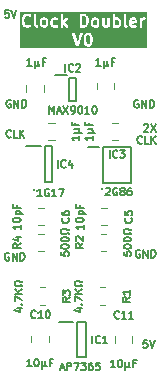
<source format=gto>
%TF.GenerationSoftware,KiCad,Pcbnew,8.0.3*%
%TF.CreationDate,2024-07-02T10:34:03+02:00*%
%TF.ProjectId,Clock Doubler,436c6f63-6b20-4446-9f75-626c65722e6b,V0*%
%TF.SameCoordinates,PX54c81a0PY37b6b20*%
%TF.FileFunction,Legend,Top*%
%TF.FilePolarity,Positive*%
%FSLAX46Y46*%
G04 Gerber Fmt 4.6, Leading zero omitted, Abs format (unit mm)*
G04 Created by KiCad (PCBNEW 8.0.3) date 2024-07-02 10:34:03*
%MOMM*%
%LPD*%
G01*
G04 APERTURE LIST*
%ADD10C,0.150000*%
%ADD11C,0.200000*%
%ADD12C,0.120000*%
G04 APERTURE END LIST*
D10*
X1568255Y349037D02*
X1265874Y349037D01*
X1265874Y349037D02*
X1235636Y46656D01*
X1235636Y46656D02*
X1265874Y76895D01*
X1265874Y76895D02*
X1326350Y107133D01*
X1326350Y107133D02*
X1477541Y107133D01*
X1477541Y107133D02*
X1538017Y76895D01*
X1538017Y76895D02*
X1568255Y46656D01*
X1568255Y46656D02*
X1598493Y-13820D01*
X1598493Y-13820D02*
X1598493Y-165010D01*
X1598493Y-165010D02*
X1568255Y-225486D01*
X1568255Y-225486D02*
X1538017Y-255725D01*
X1538017Y-255725D02*
X1477541Y-285963D01*
X1477541Y-285963D02*
X1326350Y-285963D01*
X1326350Y-285963D02*
X1265874Y-255725D01*
X1265874Y-255725D02*
X1235636Y-225486D01*
X1779922Y349037D02*
X1991588Y-285963D01*
X1991588Y-285963D02*
X2203255Y349037D01*
D11*
G36*
X8384024Y-1781425D02*
G01*
X8409801Y-1806087D01*
X8444877Y-1873642D01*
X8488329Y-2041103D01*
X8489921Y-2254594D01*
X8449522Y-2422527D01*
X8413431Y-2497548D01*
X8388769Y-2523326D01*
X8328629Y-2554551D01*
X8280165Y-2555363D01*
X8221115Y-2526955D01*
X8195341Y-2502296D01*
X8160264Y-2434736D01*
X8116812Y-2267277D01*
X8115220Y-2053787D01*
X8155619Y-1885853D01*
X8191710Y-1810832D01*
X8216372Y-1785055D01*
X8276511Y-1753830D01*
X8324976Y-1753018D01*
X8384024Y-1781425D01*
G37*
G36*
X4669738Y-504814D02*
G01*
X4695515Y-529476D01*
X4726512Y-589176D01*
X4728013Y-827597D01*
X4699145Y-887604D01*
X4674483Y-913382D01*
X4614551Y-944499D01*
X4518705Y-945633D01*
X4459210Y-917011D01*
X4433436Y-892352D01*
X4402438Y-832648D01*
X4400937Y-594228D01*
X4429805Y-534221D01*
X4454467Y-508444D01*
X4514398Y-477327D01*
X4610245Y-476193D01*
X4669738Y-504814D01*
G37*
G36*
X8008783Y-177226D02*
G01*
X8075924Y-242713D01*
X8111544Y-311317D01*
X8155023Y-478884D01*
X8156429Y-597692D01*
X8116189Y-764964D01*
X8080267Y-839634D01*
X8012958Y-908642D01*
X7909776Y-944335D01*
X7783337Y-945278D01*
X7781826Y-143513D01*
X7900938Y-142625D01*
X8008783Y-177226D01*
G37*
G36*
X9003072Y-504814D02*
G01*
X9028849Y-529476D01*
X9059846Y-589176D01*
X9061347Y-827597D01*
X9032479Y-887604D01*
X9007817Y-913382D01*
X8947885Y-944499D01*
X8852039Y-945633D01*
X8792544Y-917011D01*
X8766770Y-892352D01*
X8735772Y-832648D01*
X8734271Y-594228D01*
X8763139Y-534221D01*
X8787801Y-508444D01*
X8847732Y-477327D01*
X8943579Y-476193D01*
X9003072Y-504814D01*
G37*
G36*
X10812596Y-504814D02*
G01*
X10838373Y-529476D01*
X10869370Y-589176D01*
X10870871Y-827597D01*
X10842003Y-887604D01*
X10817341Y-913382D01*
X10757521Y-944441D01*
X10614192Y-945752D01*
X10592843Y-935481D01*
X10591997Y-486486D01*
X10609525Y-477385D01*
X10752855Y-476074D01*
X10812596Y-504814D01*
G37*
G36*
X12227943Y-498452D02*
G01*
X12246768Y-534710D01*
X11972510Y-590648D01*
X11972299Y-546749D01*
X11994873Y-499827D01*
X12038097Y-477385D01*
X12181427Y-476074D01*
X12227943Y-498452D01*
G37*
G36*
X13273667Y-2865302D02*
G01*
X2567650Y-2865302D01*
X2567650Y-1666698D01*
X6965261Y-1666698D01*
X6969608Y-1685814D01*
X7300869Y-2673706D01*
X7301360Y-2680604D01*
X7306893Y-2691671D01*
X7310932Y-2703714D01*
X7315615Y-2709113D01*
X7318810Y-2715503D01*
X7328281Y-2723718D01*
X7336497Y-2733190D01*
X7342885Y-2736384D01*
X7348286Y-2741068D01*
X7360187Y-2745035D01*
X7371396Y-2750639D01*
X7378520Y-2751145D01*
X7385302Y-2753406D01*
X7397811Y-2752516D01*
X7410316Y-2753406D01*
X7417094Y-2751146D01*
X7424222Y-2750640D01*
X7435438Y-2745031D01*
X7447332Y-2741067D01*
X7452729Y-2736386D01*
X7459121Y-2733190D01*
X7467339Y-2723714D01*
X7476808Y-2715502D01*
X7480001Y-2709115D01*
X7484686Y-2703714D01*
X7492677Y-2685814D01*
X7708274Y-2035143D01*
X7916857Y-2035143D01*
X7918587Y-2267260D01*
X7916975Y-2278099D01*
X7918758Y-2290160D01*
X7918778Y-2292747D01*
X7919342Y-2294110D01*
X7919843Y-2297492D01*
X7967347Y-2480571D01*
X7968027Y-2490127D01*
X7973618Y-2504739D01*
X7974057Y-2506428D01*
X7974487Y-2507008D01*
X7975033Y-2508435D01*
X8024370Y-2603459D01*
X8028947Y-2614509D01*
X8032105Y-2618357D01*
X8033095Y-2620263D01*
X8035089Y-2621992D01*
X8041384Y-2629662D01*
X8091484Y-2677595D01*
X8098402Y-2685572D01*
X8102551Y-2688183D01*
X8104156Y-2689719D01*
X8106596Y-2690729D01*
X8114993Y-2696015D01*
X8198010Y-2735953D01*
X8199395Y-2737338D01*
X8210144Y-2741790D01*
X8228539Y-2750640D01*
X8232122Y-2750894D01*
X8235443Y-2752270D01*
X8254952Y-2754191D01*
X8335969Y-2752834D01*
X8337683Y-2753406D01*
X8348727Y-2752621D01*
X8369699Y-2752270D01*
X8373019Y-2750894D01*
X8376603Y-2750640D01*
X8394911Y-2743634D01*
X8489939Y-2694294D01*
X8500986Y-2689719D01*
X8504832Y-2686561D01*
X8506739Y-2685572D01*
X8508469Y-2683577D01*
X8516139Y-2677282D01*
X8564072Y-2627179D01*
X8572047Y-2620264D01*
X8574658Y-2616114D01*
X8576195Y-2614509D01*
X8577206Y-2612067D01*
X8582490Y-2603673D01*
X8625918Y-2513401D01*
X8631085Y-2506428D01*
X8636313Y-2491793D01*
X8637115Y-2490127D01*
X8637166Y-2489406D01*
X8637680Y-2487968D01*
X8682259Y-2302655D01*
X8686364Y-2292747D01*
X8687556Y-2280637D01*
X8688167Y-2278099D01*
X8687949Y-2276640D01*
X8688285Y-2273238D01*
X8686554Y-2041120D01*
X8688167Y-2030282D01*
X8686383Y-2018220D01*
X8686364Y-2015634D01*
X8685799Y-2014270D01*
X8685299Y-2010889D01*
X8637794Y-1827809D01*
X8637115Y-1818254D01*
X8631522Y-1803638D01*
X8631085Y-1801953D01*
X8630655Y-1801373D01*
X8630109Y-1799945D01*
X8580766Y-1704911D01*
X8576194Y-1693871D01*
X8573038Y-1690025D01*
X8572047Y-1688117D01*
X8570049Y-1686384D01*
X8563757Y-1678718D01*
X8513656Y-1630786D01*
X8506739Y-1622810D01*
X8502589Y-1620197D01*
X8500985Y-1618663D01*
X8498545Y-1617652D01*
X8490149Y-1612367D01*
X8407131Y-1572428D01*
X8405747Y-1571044D01*
X8394997Y-1566591D01*
X8376603Y-1557742D01*
X8373019Y-1557487D01*
X8369699Y-1556112D01*
X8350190Y-1554191D01*
X8269172Y-1555547D01*
X8267459Y-1554976D01*
X8256414Y-1555760D01*
X8235443Y-1556112D01*
X8232122Y-1557487D01*
X8228539Y-1557742D01*
X8210230Y-1564748D01*
X8115196Y-1614090D01*
X8104156Y-1618663D01*
X8100310Y-1621818D01*
X8098402Y-1622810D01*
X8096669Y-1624807D01*
X8089003Y-1631100D01*
X8041071Y-1681200D01*
X8033095Y-1688118D01*
X8030482Y-1692267D01*
X8028948Y-1693872D01*
X8027937Y-1696311D01*
X8022652Y-1704708D01*
X7979223Y-1794979D01*
X7974057Y-1801953D01*
X7968829Y-1816585D01*
X7968027Y-1818254D01*
X7967975Y-1818976D01*
X7967462Y-1820414D01*
X7922882Y-2005724D01*
X7918778Y-2015634D01*
X7917585Y-2027743D01*
X7916975Y-2030282D01*
X7917192Y-2031740D01*
X7916857Y-2035143D01*
X7708274Y-2035143D01*
X7830357Y-1666699D01*
X7827591Y-1627779D01*
X7810141Y-1592880D01*
X7780665Y-1567315D01*
X7743649Y-1554976D01*
X7704729Y-1557743D01*
X7669830Y-1575192D01*
X7644265Y-1604668D01*
X7636274Y-1622569D01*
X7398242Y-2340945D01*
X7151353Y-1604668D01*
X7125788Y-1575192D01*
X7090889Y-1557742D01*
X7051969Y-1554976D01*
X7014953Y-1567314D01*
X6985477Y-1592879D01*
X6968027Y-1627778D01*
X6965261Y-1666698D01*
X2567650Y-1666698D01*
X2567650Y-472818D01*
X2678761Y-472818D01*
X2680388Y-610391D01*
X2678879Y-620536D01*
X2680650Y-632514D01*
X2680682Y-635184D01*
X2681246Y-636547D01*
X2681747Y-639929D01*
X2729251Y-823008D01*
X2729931Y-832564D01*
X2735522Y-847176D01*
X2735961Y-848865D01*
X2736391Y-849445D01*
X2736937Y-850872D01*
X2786273Y-945894D01*
X2790851Y-956946D01*
X2794009Y-960794D01*
X2794999Y-962700D01*
X2796993Y-964429D01*
X2803288Y-972099D01*
X2889233Y-1055930D01*
X2890238Y-1057940D01*
X2899762Y-1066200D01*
X2913679Y-1079775D01*
X2916998Y-1081150D01*
X2919714Y-1083505D01*
X2937614Y-1091496D01*
X3080698Y-1137402D01*
X3092585Y-1142326D01*
X3097577Y-1142817D01*
X3099586Y-1143462D01*
X3102220Y-1143274D01*
X3112094Y-1144247D01*
X3208236Y-1142637D01*
X3219839Y-1143462D01*
X3224675Y-1142362D01*
X3226841Y-1142326D01*
X3229283Y-1141314D01*
X3238955Y-1139115D01*
X3367332Y-1094706D01*
X3369699Y-1094706D01*
X3381691Y-1089738D01*
X3399712Y-1083505D01*
X3402427Y-1081150D01*
X3405747Y-1079775D01*
X3420900Y-1067338D01*
X3480956Y-1004565D01*
X3495887Y-968516D01*
X3495886Y-929498D01*
X3480955Y-893450D01*
X3453364Y-865860D01*
X3417316Y-850929D01*
X3378298Y-850930D01*
X3342250Y-865861D01*
X3327096Y-878298D01*
X3297766Y-908955D01*
X3195155Y-944450D01*
X3131668Y-945513D01*
X3024928Y-911268D01*
X2957789Y-845780D01*
X2922168Y-777173D01*
X2878689Y-609608D01*
X2877283Y-490801D01*
X2917523Y-323528D01*
X2953445Y-248858D01*
X3020752Y-179852D01*
X3124270Y-144043D01*
X3187756Y-142980D01*
X3294937Y-177367D01*
X3342250Y-222632D01*
X3378299Y-237563D01*
X3417317Y-237563D01*
X3453365Y-222632D01*
X3480955Y-195042D01*
X3495886Y-158994D01*
X3495886Y-119976D01*
X3480955Y-83927D01*
X3468518Y-68774D01*
X3442881Y-44247D01*
X3726380Y-44247D01*
X3728223Y-885704D01*
X3727165Y-888881D01*
X3728264Y-904355D01*
X3728301Y-920898D01*
X3729676Y-924218D01*
X3729931Y-927801D01*
X3736937Y-946110D01*
X3783974Y-1036705D01*
X3787123Y-1046151D01*
X3791497Y-1051195D01*
X3794999Y-1057939D01*
X3804470Y-1066153D01*
X3812687Y-1075628D01*
X3822557Y-1081840D01*
X3824475Y-1083504D01*
X3826015Y-1084017D01*
X3829278Y-1086071D01*
X3942824Y-1140696D01*
X3981744Y-1143462D01*
X4018760Y-1131123D01*
X4048237Y-1105558D01*
X4065686Y-1070660D01*
X4068451Y-1031740D01*
X4056113Y-994724D01*
X4030548Y-965247D01*
X4013958Y-954804D01*
X3948628Y-923374D01*
X3926334Y-880436D01*
X3925650Y-568056D01*
X4202571Y-568056D01*
X4204273Y-838511D01*
X4203356Y-841263D01*
X4204381Y-855689D01*
X4204492Y-873279D01*
X4205867Y-876599D01*
X4206122Y-880183D01*
X4213128Y-898491D01*
X4262465Y-993515D01*
X4267042Y-1004565D01*
X4270200Y-1008413D01*
X4271190Y-1010319D01*
X4273184Y-1012048D01*
X4279479Y-1019718D01*
X4329579Y-1067651D01*
X4336497Y-1075628D01*
X4340646Y-1078239D01*
X4342251Y-1079775D01*
X4344691Y-1080785D01*
X4353088Y-1086071D01*
X4436105Y-1126009D01*
X4437490Y-1127394D01*
X4448239Y-1131846D01*
X4466634Y-1140696D01*
X4470217Y-1140950D01*
X4473538Y-1142326D01*
X4493047Y-1144247D01*
X4621203Y-1142730D01*
X4623397Y-1143462D01*
X4636179Y-1142553D01*
X4655413Y-1142326D01*
X4658733Y-1140950D01*
X4662317Y-1140696D01*
X4680625Y-1133690D01*
X4775653Y-1084350D01*
X4786700Y-1079775D01*
X4790546Y-1076617D01*
X4792453Y-1075628D01*
X4794183Y-1073633D01*
X4801853Y-1067338D01*
X4849786Y-1017235D01*
X4857761Y-1010320D01*
X4860372Y-1006170D01*
X4861909Y-1004565D01*
X4862920Y-1002123D01*
X4868204Y-993729D01*
X4908142Y-910711D01*
X4909527Y-909327D01*
X4913979Y-898577D01*
X4922829Y-880183D01*
X4923083Y-876599D01*
X4924459Y-873279D01*
X4926380Y-853770D01*
X4924677Y-583314D01*
X4925595Y-580563D01*
X4924706Y-568056D01*
X5107333Y-568056D01*
X5109035Y-838511D01*
X5108118Y-841263D01*
X5109143Y-855689D01*
X5109254Y-873279D01*
X5110629Y-876599D01*
X5110884Y-880183D01*
X5117890Y-898491D01*
X5167227Y-993515D01*
X5171804Y-1004565D01*
X5174962Y-1008413D01*
X5175952Y-1010319D01*
X5177946Y-1012048D01*
X5184241Y-1019718D01*
X5234341Y-1067651D01*
X5241259Y-1075628D01*
X5245408Y-1078239D01*
X5247013Y-1079775D01*
X5249453Y-1080785D01*
X5257850Y-1086071D01*
X5340867Y-1126009D01*
X5342252Y-1127394D01*
X5353001Y-1131846D01*
X5371396Y-1140696D01*
X5374979Y-1140950D01*
X5378300Y-1142326D01*
X5397809Y-1144247D01*
X5573316Y-1142641D01*
X5575778Y-1143462D01*
X5589393Y-1142494D01*
X5607794Y-1142326D01*
X5611114Y-1140950D01*
X5614698Y-1140696D01*
X5633006Y-1133690D01*
X5744834Y-1075628D01*
X5770399Y-1046151D01*
X5782737Y-1009135D01*
X5779972Y-970215D01*
X5762523Y-935317D01*
X5733046Y-909752D01*
X5696030Y-897413D01*
X5657110Y-900179D01*
X5638801Y-907185D01*
X5567044Y-944441D01*
X5423715Y-945752D01*
X5363972Y-917011D01*
X5338198Y-892352D01*
X5307200Y-832648D01*
X5305699Y-594228D01*
X5334567Y-534221D01*
X5359229Y-508444D01*
X5419048Y-477385D01*
X5562378Y-476074D01*
X5657110Y-521648D01*
X5696030Y-524414D01*
X5733046Y-512075D01*
X5762523Y-486510D01*
X5779972Y-451612D01*
X5782737Y-412692D01*
X5770399Y-375676D01*
X5744834Y-346199D01*
X5728244Y-335756D01*
X5645226Y-295817D01*
X5643842Y-294433D01*
X5633092Y-289980D01*
X5614698Y-281131D01*
X5611114Y-280876D01*
X5607794Y-279501D01*
X5588285Y-277580D01*
X5412777Y-279185D01*
X5410316Y-278365D01*
X5396700Y-279332D01*
X5378300Y-279501D01*
X5374979Y-280876D01*
X5371396Y-281131D01*
X5353087Y-288137D01*
X5258053Y-337479D01*
X5247013Y-342052D01*
X5243167Y-345207D01*
X5241259Y-346199D01*
X5239526Y-348196D01*
X5231860Y-354489D01*
X5183928Y-404589D01*
X5175952Y-411507D01*
X5173339Y-415656D01*
X5171805Y-417261D01*
X5170794Y-419700D01*
X5165509Y-428097D01*
X5125570Y-511114D01*
X5124186Y-512499D01*
X5119734Y-523247D01*
X5110884Y-541643D01*
X5110629Y-545226D01*
X5109254Y-548547D01*
X5107333Y-568056D01*
X4924706Y-568056D01*
X4924569Y-566136D01*
X4924459Y-548547D01*
X4923083Y-545226D01*
X4922829Y-541643D01*
X4915823Y-523334D01*
X4866480Y-428300D01*
X4861908Y-417260D01*
X4858752Y-413414D01*
X4857761Y-411506D01*
X4855763Y-409773D01*
X4849471Y-402107D01*
X4799370Y-354175D01*
X4792453Y-346199D01*
X4788303Y-343586D01*
X4786699Y-342052D01*
X4784259Y-341041D01*
X4775863Y-335756D01*
X4692845Y-295817D01*
X4691461Y-294433D01*
X4680711Y-289980D01*
X4662317Y-281131D01*
X4658733Y-280876D01*
X4655413Y-279501D01*
X4635904Y-277580D01*
X4507747Y-279096D01*
X4505554Y-278365D01*
X4492771Y-279273D01*
X4473538Y-279501D01*
X4470217Y-280876D01*
X4466634Y-281131D01*
X4448325Y-288137D01*
X4353291Y-337479D01*
X4342251Y-342052D01*
X4338405Y-345207D01*
X4336497Y-346199D01*
X4334764Y-348196D01*
X4327098Y-354489D01*
X4279166Y-404589D01*
X4271190Y-411507D01*
X4268577Y-415656D01*
X4267043Y-417261D01*
X4266032Y-419700D01*
X4260747Y-428097D01*
X4220808Y-511114D01*
X4219424Y-512499D01*
X4214972Y-523247D01*
X4206122Y-541643D01*
X4205867Y-545226D01*
X4204492Y-548547D01*
X4202571Y-568056D01*
X3925650Y-568056D01*
X3924502Y-44247D01*
X6012095Y-44247D01*
X6014016Y-1063756D01*
X6028948Y-1099804D01*
X6056538Y-1127394D01*
X6092586Y-1142326D01*
X6131604Y-1142326D01*
X6167652Y-1127394D01*
X6195242Y-1099804D01*
X6210174Y-1063756D01*
X6212095Y-1044247D01*
X6211700Y-834880D01*
X6426289Y-1118702D01*
X6459864Y-1138581D01*
X6498490Y-1144099D01*
X6536287Y-1134416D01*
X6567502Y-1111005D01*
X6587381Y-1077431D01*
X6592899Y-1038805D01*
X6583216Y-1001007D01*
X6573047Y-984247D01*
X6337832Y-673145D01*
X6576194Y-433138D01*
X6591125Y-397089D01*
X6591125Y-358071D01*
X6576194Y-322023D01*
X6548604Y-294433D01*
X6512556Y-279502D01*
X6473538Y-279502D01*
X6437489Y-294433D01*
X6422336Y-306870D01*
X6211106Y-519558D01*
X6210211Y-44247D01*
X7583524Y-44247D01*
X7585445Y-1063756D01*
X7600377Y-1099804D01*
X7627967Y-1127394D01*
X7664015Y-1142326D01*
X7683524Y-1144247D01*
X7920324Y-1142481D01*
X7934126Y-1143462D01*
X7939053Y-1142341D01*
X7941128Y-1142326D01*
X7943570Y-1141314D01*
X7953242Y-1139115D01*
X8081619Y-1094706D01*
X8083986Y-1094706D01*
X8095978Y-1089738D01*
X8113999Y-1083505D01*
X8116714Y-1081150D01*
X8120034Y-1079775D01*
X8135187Y-1067338D01*
X8229204Y-970948D01*
X8238714Y-962701D01*
X8241380Y-958465D01*
X8242862Y-956946D01*
X8243873Y-954504D01*
X8249157Y-946110D01*
X8292585Y-855838D01*
X8297752Y-848865D01*
X8302980Y-834230D01*
X8303782Y-832564D01*
X8303833Y-831843D01*
X8304347Y-830405D01*
X8348926Y-645092D01*
X8353031Y-635184D01*
X8354223Y-623074D01*
X8354834Y-620536D01*
X8354616Y-619077D01*
X8354952Y-615675D01*
X8354388Y-568056D01*
X8535905Y-568056D01*
X8537607Y-838511D01*
X8536690Y-841263D01*
X8537715Y-855689D01*
X8537826Y-873279D01*
X8539201Y-876599D01*
X8539456Y-880183D01*
X8546462Y-898491D01*
X8595799Y-993515D01*
X8600376Y-1004565D01*
X8603534Y-1008413D01*
X8604524Y-1010319D01*
X8606518Y-1012048D01*
X8612813Y-1019718D01*
X8662913Y-1067651D01*
X8669831Y-1075628D01*
X8673980Y-1078239D01*
X8675585Y-1079775D01*
X8678025Y-1080785D01*
X8686422Y-1086071D01*
X8769439Y-1126009D01*
X8770824Y-1127394D01*
X8781573Y-1131846D01*
X8799968Y-1140696D01*
X8803551Y-1140950D01*
X8806872Y-1142326D01*
X8826381Y-1144247D01*
X8954537Y-1142730D01*
X8956731Y-1143462D01*
X8969513Y-1142553D01*
X8988747Y-1142326D01*
X8992067Y-1140950D01*
X8995651Y-1140696D01*
X9013959Y-1133690D01*
X9108987Y-1084350D01*
X9120034Y-1079775D01*
X9123880Y-1076617D01*
X9125787Y-1075628D01*
X9127517Y-1073633D01*
X9135187Y-1067338D01*
X9183120Y-1017235D01*
X9191095Y-1010320D01*
X9193706Y-1006170D01*
X9195243Y-1004565D01*
X9196254Y-1002123D01*
X9201538Y-993729D01*
X9241476Y-910711D01*
X9242861Y-909327D01*
X9247313Y-898577D01*
X9256163Y-880183D01*
X9256417Y-876599D01*
X9257793Y-873279D01*
X9259714Y-853770D01*
X9258011Y-583314D01*
X9258929Y-580563D01*
X9257903Y-566136D01*
X9257793Y-548547D01*
X9256417Y-545226D01*
X9256163Y-541643D01*
X9249157Y-523334D01*
X9199814Y-428300D01*
X9195242Y-417260D01*
X9192086Y-413414D01*
X9191095Y-411506D01*
X9189097Y-409773D01*
X9182805Y-402107D01*
X9157168Y-377580D01*
X9488286Y-377580D01*
X9490083Y-885844D01*
X9489071Y-888881D01*
X9490147Y-904026D01*
X9490207Y-920898D01*
X9491582Y-924218D01*
X9491837Y-927801D01*
X9498843Y-946110D01*
X9545880Y-1036705D01*
X9549029Y-1046151D01*
X9553403Y-1051195D01*
X9556905Y-1057939D01*
X9566376Y-1066153D01*
X9574593Y-1075628D01*
X9584463Y-1081840D01*
X9586381Y-1083504D01*
X9587921Y-1084017D01*
X9591184Y-1086071D01*
X9674201Y-1126009D01*
X9675586Y-1127394D01*
X9686335Y-1131846D01*
X9704730Y-1140696D01*
X9708313Y-1140950D01*
X9711634Y-1142326D01*
X9731143Y-1144247D01*
X9859299Y-1142730D01*
X9861493Y-1143462D01*
X9874275Y-1142553D01*
X9893509Y-1142326D01*
X9896829Y-1140950D01*
X9900413Y-1140696D01*
X9918721Y-1133690D01*
X9950892Y-1116986D01*
X9961300Y-1127394D01*
X9997348Y-1142326D01*
X10036366Y-1142326D01*
X10072414Y-1127394D01*
X10100004Y-1099804D01*
X10114936Y-1063756D01*
X10116857Y-1044247D01*
X10114936Y-358071D01*
X10100004Y-322023D01*
X10072414Y-294433D01*
X10036366Y-279501D01*
X9997348Y-279501D01*
X9961300Y-294433D01*
X9933710Y-322023D01*
X9918778Y-358071D01*
X9916857Y-377580D01*
X9918340Y-907361D01*
X9912579Y-913382D01*
X9852647Y-944499D01*
X9756801Y-945633D01*
X9710534Y-923374D01*
X9688211Y-880381D01*
X9686365Y-358071D01*
X9671433Y-322023D01*
X9643843Y-294433D01*
X9607795Y-279501D01*
X9568777Y-279501D01*
X9532729Y-294433D01*
X9505139Y-322023D01*
X9490207Y-358071D01*
X9488286Y-377580D01*
X9157168Y-377580D01*
X9132704Y-354175D01*
X9125787Y-346199D01*
X9121637Y-343586D01*
X9120033Y-342052D01*
X9117593Y-341041D01*
X9109197Y-335756D01*
X9026179Y-295817D01*
X9024795Y-294433D01*
X9014045Y-289980D01*
X8995651Y-281131D01*
X8992067Y-280876D01*
X8988747Y-279501D01*
X8969238Y-277580D01*
X8841081Y-279096D01*
X8838888Y-278365D01*
X8826105Y-279273D01*
X8806872Y-279501D01*
X8803551Y-280876D01*
X8799968Y-281131D01*
X8781659Y-288137D01*
X8686625Y-337479D01*
X8675585Y-342052D01*
X8671739Y-345207D01*
X8669831Y-346199D01*
X8668098Y-348196D01*
X8660432Y-354489D01*
X8612500Y-404589D01*
X8604524Y-411507D01*
X8601911Y-415656D01*
X8600377Y-417261D01*
X8599366Y-419700D01*
X8594081Y-428097D01*
X8554142Y-511114D01*
X8552758Y-512499D01*
X8548306Y-523247D01*
X8539456Y-541643D01*
X8539201Y-545226D01*
X8537826Y-548547D01*
X8535905Y-568056D01*
X8354388Y-568056D01*
X8353324Y-478101D01*
X8354834Y-467957D01*
X8353062Y-455978D01*
X8353031Y-453309D01*
X8352466Y-451945D01*
X8351966Y-448564D01*
X8304461Y-265484D01*
X8303782Y-255929D01*
X8298189Y-241313D01*
X8297752Y-239628D01*
X8297322Y-239048D01*
X8296776Y-237620D01*
X8247433Y-142586D01*
X8242861Y-131547D01*
X8239705Y-127702D01*
X8238714Y-125792D01*
X8236716Y-124059D01*
X8230425Y-116393D01*
X8156458Y-44247D01*
X10393048Y-44247D01*
X10394839Y-994974D01*
X10393833Y-1009135D01*
X10394871Y-1012251D01*
X10394969Y-1063756D01*
X10409901Y-1099804D01*
X10437491Y-1127394D01*
X10473539Y-1142326D01*
X10512557Y-1142326D01*
X10540667Y-1130682D01*
X10543478Y-1131846D01*
X10561873Y-1140696D01*
X10565456Y-1140950D01*
X10568777Y-1142326D01*
X10588286Y-1144247D01*
X10763793Y-1142641D01*
X10766255Y-1143462D01*
X10779870Y-1142494D01*
X10798271Y-1142326D01*
X10801591Y-1140950D01*
X10805175Y-1140696D01*
X10823483Y-1133690D01*
X10918511Y-1084350D01*
X10929558Y-1079775D01*
X10933404Y-1076617D01*
X10935311Y-1075628D01*
X10937041Y-1073633D01*
X10944711Y-1067338D01*
X10992644Y-1017235D01*
X11000619Y-1010320D01*
X11003230Y-1006170D01*
X11004767Y-1004565D01*
X11005778Y-1002123D01*
X11011062Y-993729D01*
X11051000Y-910711D01*
X11052385Y-909327D01*
X11056837Y-898577D01*
X11065687Y-880183D01*
X11065941Y-876599D01*
X11067317Y-873279D01*
X11069238Y-853770D01*
X11067535Y-583314D01*
X11068453Y-580563D01*
X11067427Y-566136D01*
X11067317Y-548547D01*
X11065941Y-545226D01*
X11065687Y-541643D01*
X11058681Y-523334D01*
X11009338Y-428300D01*
X11004766Y-417260D01*
X11001610Y-413414D01*
X11000619Y-411506D01*
X10998621Y-409773D01*
X10992329Y-402107D01*
X10942228Y-354175D01*
X10935311Y-346199D01*
X10931161Y-343586D01*
X10929557Y-342052D01*
X10927117Y-341041D01*
X10918721Y-335756D01*
X10835703Y-295817D01*
X10834319Y-294433D01*
X10823569Y-289980D01*
X10805175Y-281131D01*
X10801591Y-280876D01*
X10798271Y-279501D01*
X10778762Y-277580D01*
X10603254Y-279185D01*
X10600793Y-278365D01*
X10591606Y-279017D01*
X10591164Y-44247D01*
X11297810Y-44247D01*
X11299653Y-885704D01*
X11298595Y-888881D01*
X11299694Y-904355D01*
X11299731Y-920898D01*
X11301106Y-924218D01*
X11301361Y-927801D01*
X11308367Y-946110D01*
X11355404Y-1036705D01*
X11358553Y-1046151D01*
X11362927Y-1051195D01*
X11366429Y-1057939D01*
X11375900Y-1066153D01*
X11384117Y-1075628D01*
X11393987Y-1081840D01*
X11395905Y-1083504D01*
X11397445Y-1084017D01*
X11400708Y-1086071D01*
X11514254Y-1140696D01*
X11553174Y-1143462D01*
X11590190Y-1131123D01*
X11619667Y-1105558D01*
X11637116Y-1070660D01*
X11639881Y-1031740D01*
X11627543Y-994724D01*
X11601978Y-965247D01*
X11585388Y-954804D01*
X11520058Y-923374D01*
X11497764Y-880436D01*
X11496975Y-520437D01*
X11774001Y-520437D01*
X11774893Y-706506D01*
X11774001Y-711018D01*
X11774937Y-715701D01*
X11775754Y-885975D01*
X11774786Y-888881D01*
X11775839Y-903705D01*
X11775922Y-920898D01*
X11777297Y-924218D01*
X11777552Y-927801D01*
X11784558Y-946110D01*
X11831595Y-1036705D01*
X11834744Y-1046151D01*
X11839118Y-1051195D01*
X11842620Y-1057939D01*
X11852091Y-1066153D01*
X11860308Y-1075628D01*
X11870178Y-1081840D01*
X11872096Y-1083504D01*
X11873636Y-1084017D01*
X11876899Y-1086071D01*
X11959916Y-1126009D01*
X11961301Y-1127394D01*
X11972050Y-1131846D01*
X11990445Y-1140696D01*
X11994028Y-1140950D01*
X11997349Y-1142326D01*
X12016858Y-1144247D01*
X12192365Y-1142641D01*
X12194827Y-1143462D01*
X12208442Y-1142494D01*
X12226843Y-1142326D01*
X12230163Y-1140950D01*
X12233747Y-1140696D01*
X12252055Y-1133690D01*
X12363883Y-1075628D01*
X12389448Y-1046151D01*
X12401786Y-1009135D01*
X12399021Y-970215D01*
X12381572Y-935317D01*
X12352095Y-909752D01*
X12315079Y-897413D01*
X12276159Y-900179D01*
X12257850Y-907185D01*
X12186093Y-944441D01*
X12042764Y-945752D01*
X11996249Y-923374D01*
X11973899Y-880330D01*
X11973479Y-792681D01*
X12360457Y-713754D01*
X12369700Y-713754D01*
X12378665Y-710040D01*
X12388556Y-708023D01*
X12396696Y-702571D01*
X12405748Y-698822D01*
X12412749Y-691820D01*
X12420975Y-686312D01*
X12426409Y-678160D01*
X12433338Y-671232D01*
X12437127Y-662084D01*
X12442619Y-653847D01*
X12444520Y-644236D01*
X12448270Y-635184D01*
X12450191Y-615675D01*
X12450189Y-615578D01*
X12450191Y-615570D01*
X12450189Y-615560D01*
X12448834Y-534657D01*
X12449406Y-532944D01*
X12448621Y-521899D01*
X12448270Y-500928D01*
X12446894Y-497607D01*
X12446640Y-494024D01*
X12439634Y-475715D01*
X12392594Y-385117D01*
X12390082Y-377580D01*
X12678763Y-377580D01*
X12680684Y-1063756D01*
X12695616Y-1099804D01*
X12723206Y-1127394D01*
X12759254Y-1142326D01*
X12798272Y-1142326D01*
X12834320Y-1127394D01*
X12861910Y-1099804D01*
X12876842Y-1063756D01*
X12878763Y-1044247D01*
X12877500Y-593456D01*
X12905997Y-534221D01*
X12930659Y-508444D01*
X12990798Y-477219D01*
X13083986Y-475659D01*
X13120034Y-460727D01*
X13147624Y-433137D01*
X13162556Y-397089D01*
X13162556Y-358071D01*
X13147624Y-322023D01*
X13120034Y-294433D01*
X13083986Y-279501D01*
X13064477Y-277580D01*
X12983459Y-278936D01*
X12981746Y-278365D01*
X12970701Y-279149D01*
X12949730Y-279501D01*
X12946409Y-280876D01*
X12942826Y-281131D01*
X12924517Y-288137D01*
X12861001Y-321114D01*
X12834320Y-294433D01*
X12798272Y-279501D01*
X12759254Y-279501D01*
X12723206Y-294433D01*
X12695616Y-322023D01*
X12680684Y-358071D01*
X12678763Y-377580D01*
X12390082Y-377580D01*
X12389448Y-375676D01*
X12385075Y-370633D01*
X12381572Y-363887D01*
X12372096Y-355669D01*
X12363883Y-346199D01*
X12354011Y-339985D01*
X12352095Y-338323D01*
X12350556Y-337809D01*
X12347293Y-335756D01*
X12264275Y-295817D01*
X12262891Y-294433D01*
X12252141Y-289980D01*
X12233747Y-281131D01*
X12230163Y-280876D01*
X12226843Y-279501D01*
X12207334Y-277580D01*
X12031826Y-279185D01*
X12029365Y-278365D01*
X12015749Y-279332D01*
X11997349Y-279501D01*
X11994028Y-280876D01*
X11990445Y-281131D01*
X11972136Y-288137D01*
X11881538Y-335176D01*
X11872097Y-338323D01*
X11867054Y-342695D01*
X11860308Y-346199D01*
X11852090Y-355674D01*
X11842620Y-363888D01*
X11836406Y-373759D01*
X11834744Y-375676D01*
X11834230Y-377214D01*
X11832177Y-380478D01*
X11792238Y-463495D01*
X11790854Y-464880D01*
X11786401Y-475629D01*
X11777552Y-494024D01*
X11777297Y-497607D01*
X11775922Y-500928D01*
X11774001Y-520437D01*
X11496975Y-520437D01*
X11495889Y-24738D01*
X11480957Y11310D01*
X11453367Y38900D01*
X11417319Y53832D01*
X11378301Y53832D01*
X11342253Y38900D01*
X11314663Y11310D01*
X11299731Y-24738D01*
X11297810Y-44247D01*
X10591164Y-44247D01*
X10591127Y-24738D01*
X10576195Y11310D01*
X10548605Y38900D01*
X10512557Y53832D01*
X10473539Y53832D01*
X10437491Y38900D01*
X10409901Y11310D01*
X10394969Y-24738D01*
X10393048Y-44247D01*
X8156458Y-44247D01*
X8144480Y-32564D01*
X8143475Y-30554D01*
X8133945Y-22288D01*
X8120033Y-8719D01*
X8116714Y-7344D01*
X8113999Y-4989D01*
X8096098Y3002D01*
X7953018Y48907D01*
X7941128Y53832D01*
X7936134Y54324D01*
X7934126Y54968D01*
X7931492Y54781D01*
X7921619Y55753D01*
X7664015Y53832D01*
X7627967Y38900D01*
X7600377Y11310D01*
X7585445Y-24738D01*
X7583524Y-44247D01*
X6210211Y-44247D01*
X6210174Y-24738D01*
X6195242Y11310D01*
X6167652Y38900D01*
X6131604Y53832D01*
X6092586Y53832D01*
X6056538Y38900D01*
X6028948Y11310D01*
X6014016Y-24738D01*
X6012095Y-44247D01*
X3924502Y-44247D01*
X3924459Y-24738D01*
X3909527Y11310D01*
X3881937Y38900D01*
X3845889Y53832D01*
X3806871Y53832D01*
X3770823Y38900D01*
X3743233Y11310D01*
X3728301Y-24738D01*
X3726380Y-44247D01*
X3442881Y-44247D01*
X3429755Y-31689D01*
X3429188Y-30554D01*
X3422562Y-24807D01*
X3405746Y-8719D01*
X3402427Y-7344D01*
X3399712Y-4989D01*
X3381811Y3002D01*
X3238731Y48907D01*
X3226841Y53832D01*
X3221847Y54324D01*
X3219839Y54968D01*
X3217205Y54781D01*
X3207332Y55753D01*
X3111188Y54144D01*
X3099586Y54968D01*
X3094750Y53869D01*
X3092585Y53832D01*
X3090143Y52821D01*
X3080471Y50621D01*
X2952097Y6213D01*
X2949728Y6213D01*
X2937731Y1244D01*
X2919714Y-4989D01*
X2916998Y-7344D01*
X2913680Y-8719D01*
X2898526Y-21155D01*
X2804509Y-117544D01*
X2794999Y-125793D01*
X2792332Y-130029D01*
X2790852Y-131547D01*
X2789841Y-133986D01*
X2784556Y-142383D01*
X2741127Y-232654D01*
X2735961Y-239628D01*
X2730733Y-254260D01*
X2729931Y-255929D01*
X2729879Y-256651D01*
X2729366Y-258089D01*
X2684786Y-443399D01*
X2680682Y-453309D01*
X2679489Y-465418D01*
X2678879Y-467957D01*
X2679096Y-469415D01*
X2678761Y-472818D01*
X2567650Y-472818D01*
X2567650Y166864D01*
X13273667Y166864D01*
X13273667Y-2865302D01*
G37*
D10*
X12546887Y-7301201D02*
X12486411Y-7270963D01*
X12486411Y-7270963D02*
X12395697Y-7270963D01*
X12395697Y-7270963D02*
X12304982Y-7301201D01*
X12304982Y-7301201D02*
X12244506Y-7361677D01*
X12244506Y-7361677D02*
X12214268Y-7422153D01*
X12214268Y-7422153D02*
X12184030Y-7543105D01*
X12184030Y-7543105D02*
X12184030Y-7633820D01*
X12184030Y-7633820D02*
X12214268Y-7754772D01*
X12214268Y-7754772D02*
X12244506Y-7815248D01*
X12244506Y-7815248D02*
X12304982Y-7875725D01*
X12304982Y-7875725D02*
X12395697Y-7905963D01*
X12395697Y-7905963D02*
X12456173Y-7905963D01*
X12456173Y-7905963D02*
X12546887Y-7875725D01*
X12546887Y-7875725D02*
X12577125Y-7845486D01*
X12577125Y-7845486D02*
X12577125Y-7633820D01*
X12577125Y-7633820D02*
X12456173Y-7633820D01*
X12849268Y-7905963D02*
X12849268Y-7270963D01*
X12849268Y-7270963D02*
X13212125Y-7905963D01*
X13212125Y-7905963D02*
X13212125Y-7270963D01*
X13514506Y-7905963D02*
X13514506Y-7270963D01*
X13514506Y-7270963D02*
X13665696Y-7270963D01*
X13665696Y-7270963D02*
X13756411Y-7301201D01*
X13756411Y-7301201D02*
X13816887Y-7361677D01*
X13816887Y-7361677D02*
X13847125Y-7422153D01*
X13847125Y-7422153D02*
X13877363Y-7543105D01*
X13877363Y-7543105D02*
X13877363Y-7633820D01*
X13877363Y-7633820D02*
X13847125Y-7754772D01*
X13847125Y-7754772D02*
X13816887Y-7815248D01*
X13816887Y-7815248D02*
X13756411Y-7875725D01*
X13756411Y-7875725D02*
X13665696Y-7905963D01*
X13665696Y-7905963D02*
X13514506Y-7905963D01*
X12673887Y-20001201D02*
X12613411Y-19970963D01*
X12613411Y-19970963D02*
X12522697Y-19970963D01*
X12522697Y-19970963D02*
X12431982Y-20001201D01*
X12431982Y-20001201D02*
X12371506Y-20061677D01*
X12371506Y-20061677D02*
X12341268Y-20122153D01*
X12341268Y-20122153D02*
X12311030Y-20243105D01*
X12311030Y-20243105D02*
X12311030Y-20333820D01*
X12311030Y-20333820D02*
X12341268Y-20454772D01*
X12341268Y-20454772D02*
X12371506Y-20515248D01*
X12371506Y-20515248D02*
X12431982Y-20575725D01*
X12431982Y-20575725D02*
X12522697Y-20605963D01*
X12522697Y-20605963D02*
X12583173Y-20605963D01*
X12583173Y-20605963D02*
X12673887Y-20575725D01*
X12673887Y-20575725D02*
X12704125Y-20545486D01*
X12704125Y-20545486D02*
X12704125Y-20333820D01*
X12704125Y-20333820D02*
X12583173Y-20333820D01*
X12976268Y-20605963D02*
X12976268Y-19970963D01*
X12976268Y-19970963D02*
X13339125Y-20605963D01*
X13339125Y-20605963D02*
X13339125Y-19970963D01*
X13641506Y-20605963D02*
X13641506Y-19970963D01*
X13641506Y-19970963D02*
X13792696Y-19970963D01*
X13792696Y-19970963D02*
X13883411Y-20001201D01*
X13883411Y-20001201D02*
X13943887Y-20061677D01*
X13943887Y-20061677D02*
X13974125Y-20122153D01*
X13974125Y-20122153D02*
X14004363Y-20243105D01*
X14004363Y-20243105D02*
X14004363Y-20333820D01*
X14004363Y-20333820D02*
X13974125Y-20454772D01*
X13974125Y-20454772D02*
X13943887Y-20515248D01*
X13943887Y-20515248D02*
X13883411Y-20575725D01*
X13883411Y-20575725D02*
X13792696Y-20605963D01*
X13792696Y-20605963D02*
X13641506Y-20605963D01*
X13036744Y-9360282D02*
X13066982Y-9330044D01*
X13066982Y-9330044D02*
X13127458Y-9299806D01*
X13127458Y-9299806D02*
X13278649Y-9299806D01*
X13278649Y-9299806D02*
X13339125Y-9330044D01*
X13339125Y-9330044D02*
X13369363Y-9360282D01*
X13369363Y-9360282D02*
X13399601Y-9420758D01*
X13399601Y-9420758D02*
X13399601Y-9481234D01*
X13399601Y-9481234D02*
X13369363Y-9571948D01*
X13369363Y-9571948D02*
X13006506Y-9934806D01*
X13006506Y-9934806D02*
X13399601Y-9934806D01*
X13611268Y-9299806D02*
X14034601Y-9934806D01*
X14034601Y-9299806D02*
X13611268Y-9934806D01*
X12855315Y-10896643D02*
X12825077Y-10926882D01*
X12825077Y-10926882D02*
X12734363Y-10957120D01*
X12734363Y-10957120D02*
X12673887Y-10957120D01*
X12673887Y-10957120D02*
X12583172Y-10926882D01*
X12583172Y-10926882D02*
X12522696Y-10866405D01*
X12522696Y-10866405D02*
X12492458Y-10805929D01*
X12492458Y-10805929D02*
X12462220Y-10684977D01*
X12462220Y-10684977D02*
X12462220Y-10594262D01*
X12462220Y-10594262D02*
X12492458Y-10473310D01*
X12492458Y-10473310D02*
X12522696Y-10412834D01*
X12522696Y-10412834D02*
X12583172Y-10352358D01*
X12583172Y-10352358D02*
X12673887Y-10322120D01*
X12673887Y-10322120D02*
X12734363Y-10322120D01*
X12734363Y-10322120D02*
X12825077Y-10352358D01*
X12825077Y-10352358D02*
X12855315Y-10382596D01*
X13429839Y-10957120D02*
X13127458Y-10957120D01*
X13127458Y-10957120D02*
X13127458Y-10322120D01*
X13641506Y-10957120D02*
X13641506Y-10322120D01*
X14004363Y-10957120D02*
X13732220Y-10594262D01*
X14004363Y-10322120D02*
X13641506Y-10684977D01*
X1755731Y-10385486D02*
X1725493Y-10415725D01*
X1725493Y-10415725D02*
X1634779Y-10445963D01*
X1634779Y-10445963D02*
X1574303Y-10445963D01*
X1574303Y-10445963D02*
X1483588Y-10415725D01*
X1483588Y-10415725D02*
X1423112Y-10355248D01*
X1423112Y-10355248D02*
X1392874Y-10294772D01*
X1392874Y-10294772D02*
X1362636Y-10173820D01*
X1362636Y-10173820D02*
X1362636Y-10083105D01*
X1362636Y-10083105D02*
X1392874Y-9962153D01*
X1392874Y-9962153D02*
X1423112Y-9901677D01*
X1423112Y-9901677D02*
X1483588Y-9841201D01*
X1483588Y-9841201D02*
X1574303Y-9810963D01*
X1574303Y-9810963D02*
X1634779Y-9810963D01*
X1634779Y-9810963D02*
X1725493Y-9841201D01*
X1725493Y-9841201D02*
X1755731Y-9871439D01*
X2330255Y-10445963D02*
X2027874Y-10445963D01*
X2027874Y-10445963D02*
X2027874Y-9810963D01*
X2541922Y-10445963D02*
X2541922Y-9810963D01*
X2904779Y-10445963D02*
X2632636Y-10083105D01*
X2904779Y-9810963D02*
X2541922Y-10173820D01*
X1598493Y-20255201D02*
X1538017Y-20224963D01*
X1538017Y-20224963D02*
X1447303Y-20224963D01*
X1447303Y-20224963D02*
X1356588Y-20255201D01*
X1356588Y-20255201D02*
X1296112Y-20315677D01*
X1296112Y-20315677D02*
X1265874Y-20376153D01*
X1265874Y-20376153D02*
X1235636Y-20497105D01*
X1235636Y-20497105D02*
X1235636Y-20587820D01*
X1235636Y-20587820D02*
X1265874Y-20708772D01*
X1265874Y-20708772D02*
X1296112Y-20769248D01*
X1296112Y-20769248D02*
X1356588Y-20829725D01*
X1356588Y-20829725D02*
X1447303Y-20859963D01*
X1447303Y-20859963D02*
X1507779Y-20859963D01*
X1507779Y-20859963D02*
X1598493Y-20829725D01*
X1598493Y-20829725D02*
X1628731Y-20799486D01*
X1628731Y-20799486D02*
X1628731Y-20587820D01*
X1628731Y-20587820D02*
X1507779Y-20587820D01*
X1900874Y-20859963D02*
X1900874Y-20224963D01*
X1900874Y-20224963D02*
X2263731Y-20859963D01*
X2263731Y-20859963D02*
X2263731Y-20224963D01*
X2566112Y-20859963D02*
X2566112Y-20224963D01*
X2566112Y-20224963D02*
X2717302Y-20224963D01*
X2717302Y-20224963D02*
X2808017Y-20255201D01*
X2808017Y-20255201D02*
X2868493Y-20315677D01*
X2868493Y-20315677D02*
X2898731Y-20376153D01*
X2898731Y-20376153D02*
X2928969Y-20497105D01*
X2928969Y-20497105D02*
X2928969Y-20587820D01*
X2928969Y-20587820D02*
X2898731Y-20708772D01*
X2898731Y-20708772D02*
X2868493Y-20769248D01*
X2868493Y-20769248D02*
X2808017Y-20829725D01*
X2808017Y-20829725D02*
X2717302Y-20859963D01*
X2717302Y-20859963D02*
X2566112Y-20859963D01*
X1725493Y-7301201D02*
X1665017Y-7270963D01*
X1665017Y-7270963D02*
X1574303Y-7270963D01*
X1574303Y-7270963D02*
X1483588Y-7301201D01*
X1483588Y-7301201D02*
X1423112Y-7361677D01*
X1423112Y-7361677D02*
X1392874Y-7422153D01*
X1392874Y-7422153D02*
X1362636Y-7543105D01*
X1362636Y-7543105D02*
X1362636Y-7633820D01*
X1362636Y-7633820D02*
X1392874Y-7754772D01*
X1392874Y-7754772D02*
X1423112Y-7815248D01*
X1423112Y-7815248D02*
X1483588Y-7875725D01*
X1483588Y-7875725D02*
X1574303Y-7905963D01*
X1574303Y-7905963D02*
X1634779Y-7905963D01*
X1634779Y-7905963D02*
X1725493Y-7875725D01*
X1725493Y-7875725D02*
X1755731Y-7845486D01*
X1755731Y-7845486D02*
X1755731Y-7633820D01*
X1755731Y-7633820D02*
X1634779Y-7633820D01*
X2027874Y-7905963D02*
X2027874Y-7270963D01*
X2027874Y-7270963D02*
X2390731Y-7905963D01*
X2390731Y-7905963D02*
X2390731Y-7270963D01*
X2693112Y-7905963D02*
X2693112Y-7270963D01*
X2693112Y-7270963D02*
X2844302Y-7270963D01*
X2844302Y-7270963D02*
X2935017Y-7301201D01*
X2935017Y-7301201D02*
X2995493Y-7361677D01*
X2995493Y-7361677D02*
X3025731Y-7422153D01*
X3025731Y-7422153D02*
X3055969Y-7543105D01*
X3055969Y-7543105D02*
X3055969Y-7633820D01*
X3055969Y-7633820D02*
X3025731Y-7754772D01*
X3025731Y-7754772D02*
X2995493Y-7815248D01*
X2995493Y-7815248D02*
X2935017Y-7875725D01*
X2935017Y-7875725D02*
X2844302Y-7905963D01*
X2844302Y-7905963D02*
X2693112Y-7905963D01*
X13302839Y-27590963D02*
X13000458Y-27590963D01*
X13000458Y-27590963D02*
X12970220Y-27893344D01*
X12970220Y-27893344D02*
X13000458Y-27863105D01*
X13000458Y-27863105D02*
X13060934Y-27832867D01*
X13060934Y-27832867D02*
X13212125Y-27832867D01*
X13212125Y-27832867D02*
X13272601Y-27863105D01*
X13272601Y-27863105D02*
X13302839Y-27893344D01*
X13302839Y-27893344D02*
X13333077Y-27953820D01*
X13333077Y-27953820D02*
X13333077Y-28105010D01*
X13333077Y-28105010D02*
X13302839Y-28165486D01*
X13302839Y-28165486D02*
X13272601Y-28195725D01*
X13272601Y-28195725D02*
X13212125Y-28225963D01*
X13212125Y-28225963D02*
X13060934Y-28225963D01*
X13060934Y-28225963D02*
X13000458Y-28195725D01*
X13000458Y-28195725D02*
X12970220Y-28165486D01*
X13514506Y-27590963D02*
X13726172Y-28225963D01*
X13726172Y-28225963D02*
X13937839Y-27590963D01*
X2571963Y-19409833D02*
X2269582Y-19621500D01*
X2571963Y-19772690D02*
X1936963Y-19772690D01*
X1936963Y-19772690D02*
X1936963Y-19530785D01*
X1936963Y-19530785D02*
X1967201Y-19470309D01*
X1967201Y-19470309D02*
X1997439Y-19440071D01*
X1997439Y-19440071D02*
X2057915Y-19409833D01*
X2057915Y-19409833D02*
X2148629Y-19409833D01*
X2148629Y-19409833D02*
X2209105Y-19440071D01*
X2209105Y-19440071D02*
X2239344Y-19470309D01*
X2239344Y-19470309D02*
X2269582Y-19530785D01*
X2269582Y-19530785D02*
X2269582Y-19772690D01*
X2148629Y-18865547D02*
X2571963Y-18865547D01*
X1906725Y-19016738D02*
X2360296Y-19167928D01*
X2360296Y-19167928D02*
X2360296Y-18774833D01*
X6000963Y-20120428D02*
X6000963Y-20422809D01*
X6000963Y-20422809D02*
X6303344Y-20453047D01*
X6303344Y-20453047D02*
X6273105Y-20422809D01*
X6273105Y-20422809D02*
X6242867Y-20362333D01*
X6242867Y-20362333D02*
X6242867Y-20211142D01*
X6242867Y-20211142D02*
X6273105Y-20150666D01*
X6273105Y-20150666D02*
X6303344Y-20120428D01*
X6303344Y-20120428D02*
X6363820Y-20090190D01*
X6363820Y-20090190D02*
X6515010Y-20090190D01*
X6515010Y-20090190D02*
X6575486Y-20120428D01*
X6575486Y-20120428D02*
X6605725Y-20150666D01*
X6605725Y-20150666D02*
X6635963Y-20211142D01*
X6635963Y-20211142D02*
X6635963Y-20362333D01*
X6635963Y-20362333D02*
X6605725Y-20422809D01*
X6605725Y-20422809D02*
X6575486Y-20453047D01*
X6000963Y-19697095D02*
X6000963Y-19636618D01*
X6000963Y-19636618D02*
X6031201Y-19576142D01*
X6031201Y-19576142D02*
X6061439Y-19545904D01*
X6061439Y-19545904D02*
X6121915Y-19515666D01*
X6121915Y-19515666D02*
X6242867Y-19485428D01*
X6242867Y-19485428D02*
X6394058Y-19485428D01*
X6394058Y-19485428D02*
X6515010Y-19515666D01*
X6515010Y-19515666D02*
X6575486Y-19545904D01*
X6575486Y-19545904D02*
X6605725Y-19576142D01*
X6605725Y-19576142D02*
X6635963Y-19636618D01*
X6635963Y-19636618D02*
X6635963Y-19697095D01*
X6635963Y-19697095D02*
X6605725Y-19757571D01*
X6605725Y-19757571D02*
X6575486Y-19787809D01*
X6575486Y-19787809D02*
X6515010Y-19818047D01*
X6515010Y-19818047D02*
X6394058Y-19848285D01*
X6394058Y-19848285D02*
X6242867Y-19848285D01*
X6242867Y-19848285D02*
X6121915Y-19818047D01*
X6121915Y-19818047D02*
X6061439Y-19787809D01*
X6061439Y-19787809D02*
X6031201Y-19757571D01*
X6031201Y-19757571D02*
X6000963Y-19697095D01*
X6000963Y-19092333D02*
X6000963Y-19031856D01*
X6000963Y-19031856D02*
X6031201Y-18971380D01*
X6031201Y-18971380D02*
X6061439Y-18941142D01*
X6061439Y-18941142D02*
X6121915Y-18910904D01*
X6121915Y-18910904D02*
X6242867Y-18880666D01*
X6242867Y-18880666D02*
X6394058Y-18880666D01*
X6394058Y-18880666D02*
X6515010Y-18910904D01*
X6515010Y-18910904D02*
X6575486Y-18941142D01*
X6575486Y-18941142D02*
X6605725Y-18971380D01*
X6605725Y-18971380D02*
X6635963Y-19031856D01*
X6635963Y-19031856D02*
X6635963Y-19092333D01*
X6635963Y-19092333D02*
X6605725Y-19152809D01*
X6605725Y-19152809D02*
X6575486Y-19183047D01*
X6575486Y-19183047D02*
X6515010Y-19213285D01*
X6515010Y-19213285D02*
X6394058Y-19243523D01*
X6394058Y-19243523D02*
X6242867Y-19243523D01*
X6242867Y-19243523D02*
X6121915Y-19213285D01*
X6121915Y-19213285D02*
X6061439Y-19183047D01*
X6061439Y-19183047D02*
X6031201Y-19152809D01*
X6031201Y-19152809D02*
X6000963Y-19092333D01*
X6635963Y-18638761D02*
X6635963Y-18487571D01*
X6635963Y-18487571D02*
X6515010Y-18487571D01*
X6515010Y-18487571D02*
X6484772Y-18548047D01*
X6484772Y-18548047D02*
X6424296Y-18608523D01*
X6424296Y-18608523D02*
X6333582Y-18638761D01*
X6333582Y-18638761D02*
X6182391Y-18638761D01*
X6182391Y-18638761D02*
X6091677Y-18608523D01*
X6091677Y-18608523D02*
X6031201Y-18548047D01*
X6031201Y-18548047D02*
X6000963Y-18457333D01*
X6000963Y-18457333D02*
X6000963Y-18336380D01*
X6000963Y-18336380D02*
X6031201Y-18245666D01*
X6031201Y-18245666D02*
X6091677Y-18185190D01*
X6091677Y-18185190D02*
X6182391Y-18154952D01*
X6182391Y-18154952D02*
X6333582Y-18154952D01*
X6333582Y-18154952D02*
X6424296Y-18185190D01*
X6424296Y-18185190D02*
X6484772Y-18245666D01*
X6484772Y-18245666D02*
X6515010Y-18306142D01*
X6515010Y-18306142D02*
X6635963Y-18306142D01*
X6635963Y-18306142D02*
X6635963Y-18154952D01*
X11952486Y-17277832D02*
X11982725Y-17308070D01*
X11982725Y-17308070D02*
X12012963Y-17398784D01*
X12012963Y-17398784D02*
X12012963Y-17459260D01*
X12012963Y-17459260D02*
X11982725Y-17549975D01*
X11982725Y-17549975D02*
X11922248Y-17610451D01*
X11922248Y-17610451D02*
X11861772Y-17640689D01*
X11861772Y-17640689D02*
X11740820Y-17670927D01*
X11740820Y-17670927D02*
X11650105Y-17670927D01*
X11650105Y-17670927D02*
X11529153Y-17640689D01*
X11529153Y-17640689D02*
X11468677Y-17610451D01*
X11468677Y-17610451D02*
X11408201Y-17549975D01*
X11408201Y-17549975D02*
X11377963Y-17459260D01*
X11377963Y-17459260D02*
X11377963Y-17398784D01*
X11377963Y-17398784D02*
X11408201Y-17308070D01*
X11408201Y-17308070D02*
X11438439Y-17277832D01*
X11377963Y-16703308D02*
X11377963Y-17005689D01*
X11377963Y-17005689D02*
X11680344Y-17035927D01*
X11680344Y-17035927D02*
X11650105Y-17005689D01*
X11650105Y-17005689D02*
X11619867Y-16945213D01*
X11619867Y-16945213D02*
X11619867Y-16794022D01*
X11619867Y-16794022D02*
X11650105Y-16733546D01*
X11650105Y-16733546D02*
X11680344Y-16703308D01*
X11680344Y-16703308D02*
X11740820Y-16673070D01*
X11740820Y-16673070D02*
X11892010Y-16673070D01*
X11892010Y-16673070D02*
X11952486Y-16703308D01*
X11952486Y-16703308D02*
X11982725Y-16733546D01*
X11982725Y-16733546D02*
X12012963Y-16794022D01*
X12012963Y-16794022D02*
X12012963Y-16945213D01*
X12012963Y-16945213D02*
X11982725Y-17005689D01*
X11982725Y-17005689D02*
X11952486Y-17035927D01*
X7905963Y-17825357D02*
X7905963Y-18188214D01*
X7905963Y-18006786D02*
X7270963Y-18006786D01*
X7270963Y-18006786D02*
X7361677Y-18067262D01*
X7361677Y-18067262D02*
X7422153Y-18127738D01*
X7422153Y-18127738D02*
X7452391Y-18188214D01*
X7270963Y-17432262D02*
X7270963Y-17371785D01*
X7270963Y-17371785D02*
X7301201Y-17311309D01*
X7301201Y-17311309D02*
X7331439Y-17281071D01*
X7331439Y-17281071D02*
X7391915Y-17250833D01*
X7391915Y-17250833D02*
X7512867Y-17220595D01*
X7512867Y-17220595D02*
X7664058Y-17220595D01*
X7664058Y-17220595D02*
X7785010Y-17250833D01*
X7785010Y-17250833D02*
X7845486Y-17281071D01*
X7845486Y-17281071D02*
X7875725Y-17311309D01*
X7875725Y-17311309D02*
X7905963Y-17371785D01*
X7905963Y-17371785D02*
X7905963Y-17432262D01*
X7905963Y-17432262D02*
X7875725Y-17492738D01*
X7875725Y-17492738D02*
X7845486Y-17522976D01*
X7845486Y-17522976D02*
X7785010Y-17553214D01*
X7785010Y-17553214D02*
X7664058Y-17583452D01*
X7664058Y-17583452D02*
X7512867Y-17583452D01*
X7512867Y-17583452D02*
X7391915Y-17553214D01*
X7391915Y-17553214D02*
X7331439Y-17522976D01*
X7331439Y-17522976D02*
X7301201Y-17492738D01*
X7301201Y-17492738D02*
X7270963Y-17432262D01*
X7482629Y-16948452D02*
X8117629Y-16948452D01*
X7512867Y-16948452D02*
X7482629Y-16887976D01*
X7482629Y-16887976D02*
X7482629Y-16767023D01*
X7482629Y-16767023D02*
X7512867Y-16706547D01*
X7512867Y-16706547D02*
X7543105Y-16676309D01*
X7543105Y-16676309D02*
X7603582Y-16646071D01*
X7603582Y-16646071D02*
X7785010Y-16646071D01*
X7785010Y-16646071D02*
X7845486Y-16676309D01*
X7845486Y-16676309D02*
X7875725Y-16706547D01*
X7875725Y-16706547D02*
X7905963Y-16767023D01*
X7905963Y-16767023D02*
X7905963Y-16887976D01*
X7905963Y-16887976D02*
X7875725Y-16948452D01*
X7573344Y-16162261D02*
X7573344Y-16373928D01*
X7905963Y-16373928D02*
X7270963Y-16373928D01*
X7270963Y-16373928D02*
X7270963Y-16071547D01*
X9355666Y-4349963D02*
X8992809Y-4349963D01*
X9174237Y-4349963D02*
X9174237Y-3714963D01*
X9174237Y-3714963D02*
X9113761Y-3805677D01*
X9113761Y-3805677D02*
X9053285Y-3866153D01*
X9053285Y-3866153D02*
X8992809Y-3896391D01*
X9627809Y-3926629D02*
X9627809Y-4561629D01*
X9930190Y-4259248D02*
X9960428Y-4319725D01*
X9960428Y-4319725D02*
X10020904Y-4349963D01*
X9627809Y-4259248D02*
X9658047Y-4319725D01*
X9658047Y-4319725D02*
X9718523Y-4349963D01*
X9718523Y-4349963D02*
X9839476Y-4349963D01*
X9839476Y-4349963D02*
X9899952Y-4319725D01*
X9899952Y-4319725D02*
X9930190Y-4259248D01*
X9930190Y-4259248D02*
X9930190Y-3926629D01*
X10504714Y-4017344D02*
X10293047Y-4017344D01*
X10293047Y-4349963D02*
X10293047Y-3714963D01*
X10293047Y-3714963D02*
X10595428Y-3714963D01*
X6762963Y-23981833D02*
X6460582Y-24193500D01*
X6762963Y-24344690D02*
X6127963Y-24344690D01*
X6127963Y-24344690D02*
X6127963Y-24102785D01*
X6127963Y-24102785D02*
X6158201Y-24042309D01*
X6158201Y-24042309D02*
X6188439Y-24012071D01*
X6188439Y-24012071D02*
X6248915Y-23981833D01*
X6248915Y-23981833D02*
X6339629Y-23981833D01*
X6339629Y-23981833D02*
X6400105Y-24012071D01*
X6400105Y-24012071D02*
X6430344Y-24042309D01*
X6430344Y-24042309D02*
X6460582Y-24102785D01*
X6460582Y-24102785D02*
X6460582Y-24344690D01*
X6127963Y-23770166D02*
X6127963Y-23377071D01*
X6127963Y-23377071D02*
X6369867Y-23588738D01*
X6369867Y-23588738D02*
X6369867Y-23498023D01*
X6369867Y-23498023D02*
X6400105Y-23437547D01*
X6400105Y-23437547D02*
X6430344Y-23407309D01*
X6430344Y-23407309D02*
X6490820Y-23377071D01*
X6490820Y-23377071D02*
X6642010Y-23377071D01*
X6642010Y-23377071D02*
X6702486Y-23407309D01*
X6702486Y-23407309D02*
X6732725Y-23437547D01*
X6732725Y-23437547D02*
X6762963Y-23498023D01*
X6762963Y-23498023D02*
X6762963Y-23679452D01*
X6762963Y-23679452D02*
X6732725Y-23739928D01*
X6732725Y-23739928D02*
X6702486Y-23770166D01*
X2275629Y-24888975D02*
X2698963Y-24888975D01*
X2033725Y-25040166D02*
X2487296Y-25191356D01*
X2487296Y-25191356D02*
X2487296Y-24798261D01*
X2638486Y-24556356D02*
X2668725Y-24526118D01*
X2668725Y-24526118D02*
X2698963Y-24556356D01*
X2698963Y-24556356D02*
X2668725Y-24586594D01*
X2668725Y-24586594D02*
X2638486Y-24556356D01*
X2638486Y-24556356D02*
X2698963Y-24556356D01*
X2063963Y-24314451D02*
X2063963Y-23891118D01*
X2063963Y-23891118D02*
X2698963Y-24163261D01*
X2698963Y-23649213D02*
X2063963Y-23649213D01*
X2698963Y-23286356D02*
X2336105Y-23558499D01*
X2063963Y-23286356D02*
X2426820Y-23649213D01*
X2698963Y-23044451D02*
X2698963Y-22893261D01*
X2698963Y-22893261D02*
X2578010Y-22893261D01*
X2578010Y-22893261D02*
X2547772Y-22953737D01*
X2547772Y-22953737D02*
X2487296Y-23014213D01*
X2487296Y-23014213D02*
X2396582Y-23044451D01*
X2396582Y-23044451D02*
X2245391Y-23044451D01*
X2245391Y-23044451D02*
X2154677Y-23014213D01*
X2154677Y-23014213D02*
X2094201Y-22953737D01*
X2094201Y-22953737D02*
X2063963Y-22863023D01*
X2063963Y-22863023D02*
X2063963Y-22742070D01*
X2063963Y-22742070D02*
X2094201Y-22651356D01*
X2094201Y-22651356D02*
X2154677Y-22590880D01*
X2154677Y-22590880D02*
X2245391Y-22560642D01*
X2245391Y-22560642D02*
X2396582Y-22560642D01*
X2396582Y-22560642D02*
X2487296Y-22590880D01*
X2487296Y-22590880D02*
X2547772Y-22651356D01*
X2547772Y-22651356D02*
X2578010Y-22711832D01*
X2578010Y-22711832D02*
X2698963Y-22711832D01*
X2698963Y-22711832D02*
X2698963Y-22560642D01*
X8667963Y-10329333D02*
X8667963Y-10692190D01*
X8667963Y-10510762D02*
X8032963Y-10510762D01*
X8032963Y-10510762D02*
X8123677Y-10571238D01*
X8123677Y-10571238D02*
X8184153Y-10631714D01*
X8184153Y-10631714D02*
X8214391Y-10692190D01*
X8244629Y-10057190D02*
X8879629Y-10057190D01*
X8577248Y-9754809D02*
X8637725Y-9724571D01*
X8637725Y-9724571D02*
X8667963Y-9664095D01*
X8577248Y-10057190D02*
X8637725Y-10026952D01*
X8637725Y-10026952D02*
X8667963Y-9966476D01*
X8667963Y-9966476D02*
X8667963Y-9845523D01*
X8667963Y-9845523D02*
X8637725Y-9785047D01*
X8637725Y-9785047D02*
X8577248Y-9754809D01*
X8577248Y-9754809D02*
X8244629Y-9754809D01*
X8335344Y-9180285D02*
X8335344Y-9391952D01*
X8667963Y-9391952D02*
X8032963Y-9391952D01*
X8032963Y-9391952D02*
X8032963Y-9089571D01*
X6365119Y-4857963D02*
X6365119Y-4222963D01*
X7030357Y-4797486D02*
X7000119Y-4827725D01*
X7000119Y-4827725D02*
X6909405Y-4857963D01*
X6909405Y-4857963D02*
X6848929Y-4857963D01*
X6848929Y-4857963D02*
X6758214Y-4827725D01*
X6758214Y-4827725D02*
X6697738Y-4767248D01*
X6697738Y-4767248D02*
X6667500Y-4706772D01*
X6667500Y-4706772D02*
X6637262Y-4585820D01*
X6637262Y-4585820D02*
X6637262Y-4495105D01*
X6637262Y-4495105D02*
X6667500Y-4374153D01*
X6667500Y-4374153D02*
X6697738Y-4313677D01*
X6697738Y-4313677D02*
X6758214Y-4253201D01*
X6758214Y-4253201D02*
X6848929Y-4222963D01*
X6848929Y-4222963D02*
X6909405Y-4222963D01*
X6909405Y-4222963D02*
X7000119Y-4253201D01*
X7000119Y-4253201D02*
X7030357Y-4283439D01*
X7272262Y-4283439D02*
X7302500Y-4253201D01*
X7302500Y-4253201D02*
X7362976Y-4222963D01*
X7362976Y-4222963D02*
X7514167Y-4222963D01*
X7514167Y-4222963D02*
X7574643Y-4253201D01*
X7574643Y-4253201D02*
X7604881Y-4283439D01*
X7604881Y-4283439D02*
X7635119Y-4343915D01*
X7635119Y-4343915D02*
X7635119Y-4404391D01*
X7635119Y-4404391D02*
X7604881Y-4495105D01*
X7604881Y-4495105D02*
X7242024Y-4857963D01*
X7242024Y-4857963D02*
X7635119Y-4857963D01*
X4989285Y-8413963D02*
X4989285Y-7778963D01*
X4989285Y-7778963D02*
X5200952Y-8232534D01*
X5200952Y-8232534D02*
X5412618Y-7778963D01*
X5412618Y-7778963D02*
X5412618Y-8413963D01*
X5684761Y-8232534D02*
X5987142Y-8232534D01*
X5624285Y-8413963D02*
X5835951Y-7778963D01*
X5835951Y-7778963D02*
X6047618Y-8413963D01*
X6198809Y-7778963D02*
X6622142Y-8413963D01*
X6622142Y-7778963D02*
X6198809Y-8413963D01*
X6894285Y-8413963D02*
X7015237Y-8413963D01*
X7015237Y-8413963D02*
X7075714Y-8383725D01*
X7075714Y-8383725D02*
X7105952Y-8353486D01*
X7105952Y-8353486D02*
X7166428Y-8262772D01*
X7166428Y-8262772D02*
X7196666Y-8141820D01*
X7196666Y-8141820D02*
X7196666Y-7899915D01*
X7196666Y-7899915D02*
X7166428Y-7839439D01*
X7166428Y-7839439D02*
X7136190Y-7809201D01*
X7136190Y-7809201D02*
X7075714Y-7778963D01*
X7075714Y-7778963D02*
X6954761Y-7778963D01*
X6954761Y-7778963D02*
X6894285Y-7809201D01*
X6894285Y-7809201D02*
X6864047Y-7839439D01*
X6864047Y-7839439D02*
X6833809Y-7899915D01*
X6833809Y-7899915D02*
X6833809Y-8051105D01*
X6833809Y-8051105D02*
X6864047Y-8111582D01*
X6864047Y-8111582D02*
X6894285Y-8141820D01*
X6894285Y-8141820D02*
X6954761Y-8172058D01*
X6954761Y-8172058D02*
X7075714Y-8172058D01*
X7075714Y-8172058D02*
X7136190Y-8141820D01*
X7136190Y-8141820D02*
X7166428Y-8111582D01*
X7166428Y-8111582D02*
X7196666Y-8051105D01*
X7589761Y-7778963D02*
X7650238Y-7778963D01*
X7650238Y-7778963D02*
X7710714Y-7809201D01*
X7710714Y-7809201D02*
X7740952Y-7839439D01*
X7740952Y-7839439D02*
X7771190Y-7899915D01*
X7771190Y-7899915D02*
X7801428Y-8020867D01*
X7801428Y-8020867D02*
X7801428Y-8172058D01*
X7801428Y-8172058D02*
X7771190Y-8293010D01*
X7771190Y-8293010D02*
X7740952Y-8353486D01*
X7740952Y-8353486D02*
X7710714Y-8383725D01*
X7710714Y-8383725D02*
X7650238Y-8413963D01*
X7650238Y-8413963D02*
X7589761Y-8413963D01*
X7589761Y-8413963D02*
X7529285Y-8383725D01*
X7529285Y-8383725D02*
X7499047Y-8353486D01*
X7499047Y-8353486D02*
X7468809Y-8293010D01*
X7468809Y-8293010D02*
X7438571Y-8172058D01*
X7438571Y-8172058D02*
X7438571Y-8020867D01*
X7438571Y-8020867D02*
X7468809Y-7899915D01*
X7468809Y-7899915D02*
X7499047Y-7839439D01*
X7499047Y-7839439D02*
X7529285Y-7809201D01*
X7529285Y-7809201D02*
X7589761Y-7778963D01*
X8406190Y-8413963D02*
X8043333Y-8413963D01*
X8224761Y-8413963D02*
X8224761Y-7778963D01*
X8224761Y-7778963D02*
X8164285Y-7869677D01*
X8164285Y-7869677D02*
X8103809Y-7930153D01*
X8103809Y-7930153D02*
X8043333Y-7960391D01*
X8799285Y-7778963D02*
X8859762Y-7778963D01*
X8859762Y-7778963D02*
X8920238Y-7809201D01*
X8920238Y-7809201D02*
X8950476Y-7839439D01*
X8950476Y-7839439D02*
X8980714Y-7899915D01*
X8980714Y-7899915D02*
X9010952Y-8020867D01*
X9010952Y-8020867D02*
X9010952Y-8172058D01*
X9010952Y-8172058D02*
X8980714Y-8293010D01*
X8980714Y-8293010D02*
X8950476Y-8353486D01*
X8950476Y-8353486D02*
X8920238Y-8383725D01*
X8920238Y-8383725D02*
X8859762Y-8413963D01*
X8859762Y-8413963D02*
X8799285Y-8413963D01*
X8799285Y-8413963D02*
X8738809Y-8383725D01*
X8738809Y-8383725D02*
X8708571Y-8353486D01*
X8708571Y-8353486D02*
X8678333Y-8293010D01*
X8678333Y-8293010D02*
X8648095Y-8172058D01*
X8648095Y-8172058D02*
X8648095Y-8020867D01*
X8648095Y-8020867D02*
X8678333Y-7899915D01*
X8678333Y-7899915D02*
X8708571Y-7839439D01*
X8708571Y-7839439D02*
X8738809Y-7809201D01*
X8738809Y-7809201D02*
X8799285Y-7778963D01*
X10118119Y-12152963D02*
X10118119Y-11517963D01*
X10783357Y-12092486D02*
X10753119Y-12122725D01*
X10753119Y-12122725D02*
X10662405Y-12152963D01*
X10662405Y-12152963D02*
X10601929Y-12152963D01*
X10601929Y-12152963D02*
X10511214Y-12122725D01*
X10511214Y-12122725D02*
X10450738Y-12062248D01*
X10450738Y-12062248D02*
X10420500Y-12001772D01*
X10420500Y-12001772D02*
X10390262Y-11880820D01*
X10390262Y-11880820D02*
X10390262Y-11790105D01*
X10390262Y-11790105D02*
X10420500Y-11669153D01*
X10420500Y-11669153D02*
X10450738Y-11608677D01*
X10450738Y-11608677D02*
X10511214Y-11548201D01*
X10511214Y-11548201D02*
X10601929Y-11517963D01*
X10601929Y-11517963D02*
X10662405Y-11517963D01*
X10662405Y-11517963D02*
X10753119Y-11548201D01*
X10753119Y-11548201D02*
X10783357Y-11578439D01*
X10995024Y-11517963D02*
X11388119Y-11517963D01*
X11388119Y-11517963D02*
X11176452Y-11759867D01*
X11176452Y-11759867D02*
X11267167Y-11759867D01*
X11267167Y-11759867D02*
X11327643Y-11790105D01*
X11327643Y-11790105D02*
X11357881Y-11820344D01*
X11357881Y-11820344D02*
X11388119Y-11880820D01*
X11388119Y-11880820D02*
X11388119Y-12032010D01*
X11388119Y-12032010D02*
X11357881Y-12092486D01*
X11357881Y-12092486D02*
X11327643Y-12122725D01*
X11327643Y-12122725D02*
X11267167Y-12152963D01*
X11267167Y-12152963D02*
X11085738Y-12152963D01*
X11085738Y-12152963D02*
X11025262Y-12122725D01*
X11025262Y-12122725D02*
X10995024Y-12092486D01*
X9543595Y-14692963D02*
X9483119Y-14813915D01*
X9785500Y-14753439D02*
X9815738Y-14723201D01*
X9815738Y-14723201D02*
X9876214Y-14692963D01*
X9876214Y-14692963D02*
X10027405Y-14692963D01*
X10027405Y-14692963D02*
X10087881Y-14723201D01*
X10087881Y-14723201D02*
X10118119Y-14753439D01*
X10118119Y-14753439D02*
X10148357Y-14813915D01*
X10148357Y-14813915D02*
X10148357Y-14874391D01*
X10148357Y-14874391D02*
X10118119Y-14965105D01*
X10118119Y-14965105D02*
X9755262Y-15327963D01*
X9755262Y-15327963D02*
X10148357Y-15327963D01*
X10753119Y-14723201D02*
X10692643Y-14692963D01*
X10692643Y-14692963D02*
X10601929Y-14692963D01*
X10601929Y-14692963D02*
X10511214Y-14723201D01*
X10511214Y-14723201D02*
X10450738Y-14783677D01*
X10450738Y-14783677D02*
X10420500Y-14844153D01*
X10420500Y-14844153D02*
X10390262Y-14965105D01*
X10390262Y-14965105D02*
X10390262Y-15055820D01*
X10390262Y-15055820D02*
X10420500Y-15176772D01*
X10420500Y-15176772D02*
X10450738Y-15237248D01*
X10450738Y-15237248D02*
X10511214Y-15297725D01*
X10511214Y-15297725D02*
X10601929Y-15327963D01*
X10601929Y-15327963D02*
X10662405Y-15327963D01*
X10662405Y-15327963D02*
X10753119Y-15297725D01*
X10753119Y-15297725D02*
X10783357Y-15267486D01*
X10783357Y-15267486D02*
X10783357Y-15055820D01*
X10783357Y-15055820D02*
X10662405Y-15055820D01*
X11146214Y-14965105D02*
X11085738Y-14934867D01*
X11085738Y-14934867D02*
X11055500Y-14904629D01*
X11055500Y-14904629D02*
X11025262Y-14844153D01*
X11025262Y-14844153D02*
X11025262Y-14813915D01*
X11025262Y-14813915D02*
X11055500Y-14753439D01*
X11055500Y-14753439D02*
X11085738Y-14723201D01*
X11085738Y-14723201D02*
X11146214Y-14692963D01*
X11146214Y-14692963D02*
X11267167Y-14692963D01*
X11267167Y-14692963D02*
X11327643Y-14723201D01*
X11327643Y-14723201D02*
X11357881Y-14753439D01*
X11357881Y-14753439D02*
X11388119Y-14813915D01*
X11388119Y-14813915D02*
X11388119Y-14844153D01*
X11388119Y-14844153D02*
X11357881Y-14904629D01*
X11357881Y-14904629D02*
X11327643Y-14934867D01*
X11327643Y-14934867D02*
X11267167Y-14965105D01*
X11267167Y-14965105D02*
X11146214Y-14965105D01*
X11146214Y-14965105D02*
X11085738Y-14995344D01*
X11085738Y-14995344D02*
X11055500Y-15025582D01*
X11055500Y-15025582D02*
X11025262Y-15086058D01*
X11025262Y-15086058D02*
X11025262Y-15207010D01*
X11025262Y-15207010D02*
X11055500Y-15267486D01*
X11055500Y-15267486D02*
X11085738Y-15297725D01*
X11085738Y-15297725D02*
X11146214Y-15327963D01*
X11146214Y-15327963D02*
X11267167Y-15327963D01*
X11267167Y-15327963D02*
X11327643Y-15297725D01*
X11327643Y-15297725D02*
X11357881Y-15267486D01*
X11357881Y-15267486D02*
X11388119Y-15207010D01*
X11388119Y-15207010D02*
X11388119Y-15086058D01*
X11388119Y-15086058D02*
X11357881Y-15025582D01*
X11357881Y-15025582D02*
X11327643Y-14995344D01*
X11327643Y-14995344D02*
X11267167Y-14965105D01*
X11932405Y-14692963D02*
X11811452Y-14692963D01*
X11811452Y-14692963D02*
X11750976Y-14723201D01*
X11750976Y-14723201D02*
X11720738Y-14753439D01*
X11720738Y-14753439D02*
X11660262Y-14844153D01*
X11660262Y-14844153D02*
X11630024Y-14965105D01*
X11630024Y-14965105D02*
X11630024Y-15207010D01*
X11630024Y-15207010D02*
X11660262Y-15267486D01*
X11660262Y-15267486D02*
X11690500Y-15297725D01*
X11690500Y-15297725D02*
X11750976Y-15327963D01*
X11750976Y-15327963D02*
X11871929Y-15327963D01*
X11871929Y-15327963D02*
X11932405Y-15297725D01*
X11932405Y-15297725D02*
X11962643Y-15267486D01*
X11962643Y-15267486D02*
X11992881Y-15207010D01*
X11992881Y-15207010D02*
X11992881Y-15055820D01*
X11992881Y-15055820D02*
X11962643Y-14995344D01*
X11962643Y-14995344D02*
X11932405Y-14965105D01*
X11932405Y-14965105D02*
X11871929Y-14934867D01*
X11871929Y-14934867D02*
X11750976Y-14934867D01*
X11750976Y-14934867D02*
X11690500Y-14965105D01*
X11690500Y-14965105D02*
X11660262Y-14995344D01*
X11660262Y-14995344D02*
X11630024Y-15055820D01*
X7876963Y-19409833D02*
X7574582Y-19621500D01*
X7876963Y-19772690D02*
X7241963Y-19772690D01*
X7241963Y-19772690D02*
X7241963Y-19530785D01*
X7241963Y-19530785D02*
X7272201Y-19470309D01*
X7272201Y-19470309D02*
X7302439Y-19440071D01*
X7302439Y-19440071D02*
X7362915Y-19409833D01*
X7362915Y-19409833D02*
X7453629Y-19409833D01*
X7453629Y-19409833D02*
X7514105Y-19440071D01*
X7514105Y-19440071D02*
X7544344Y-19470309D01*
X7544344Y-19470309D02*
X7574582Y-19530785D01*
X7574582Y-19530785D02*
X7574582Y-19772690D01*
X7302439Y-19167928D02*
X7272201Y-19137690D01*
X7272201Y-19137690D02*
X7241963Y-19077214D01*
X7241963Y-19077214D02*
X7241963Y-18926023D01*
X7241963Y-18926023D02*
X7272201Y-18865547D01*
X7272201Y-18865547D02*
X7302439Y-18835309D01*
X7302439Y-18835309D02*
X7362915Y-18805071D01*
X7362915Y-18805071D02*
X7423391Y-18805071D01*
X7423391Y-18805071D02*
X7514105Y-18835309D01*
X7514105Y-18835309D02*
X7876963Y-19198166D01*
X7876963Y-19198166D02*
X7876963Y-18805071D01*
X11305963Y-20120428D02*
X11305963Y-20422809D01*
X11305963Y-20422809D02*
X11608344Y-20453047D01*
X11608344Y-20453047D02*
X11578105Y-20422809D01*
X11578105Y-20422809D02*
X11547867Y-20362333D01*
X11547867Y-20362333D02*
X11547867Y-20211142D01*
X11547867Y-20211142D02*
X11578105Y-20150666D01*
X11578105Y-20150666D02*
X11608344Y-20120428D01*
X11608344Y-20120428D02*
X11668820Y-20090190D01*
X11668820Y-20090190D02*
X11820010Y-20090190D01*
X11820010Y-20090190D02*
X11880486Y-20120428D01*
X11880486Y-20120428D02*
X11910725Y-20150666D01*
X11910725Y-20150666D02*
X11940963Y-20211142D01*
X11940963Y-20211142D02*
X11940963Y-20362333D01*
X11940963Y-20362333D02*
X11910725Y-20422809D01*
X11910725Y-20422809D02*
X11880486Y-20453047D01*
X11305963Y-19697095D02*
X11305963Y-19636618D01*
X11305963Y-19636618D02*
X11336201Y-19576142D01*
X11336201Y-19576142D02*
X11366439Y-19545904D01*
X11366439Y-19545904D02*
X11426915Y-19515666D01*
X11426915Y-19515666D02*
X11547867Y-19485428D01*
X11547867Y-19485428D02*
X11699058Y-19485428D01*
X11699058Y-19485428D02*
X11820010Y-19515666D01*
X11820010Y-19515666D02*
X11880486Y-19545904D01*
X11880486Y-19545904D02*
X11910725Y-19576142D01*
X11910725Y-19576142D02*
X11940963Y-19636618D01*
X11940963Y-19636618D02*
X11940963Y-19697095D01*
X11940963Y-19697095D02*
X11910725Y-19757571D01*
X11910725Y-19757571D02*
X11880486Y-19787809D01*
X11880486Y-19787809D02*
X11820010Y-19818047D01*
X11820010Y-19818047D02*
X11699058Y-19848285D01*
X11699058Y-19848285D02*
X11547867Y-19848285D01*
X11547867Y-19848285D02*
X11426915Y-19818047D01*
X11426915Y-19818047D02*
X11366439Y-19787809D01*
X11366439Y-19787809D02*
X11336201Y-19757571D01*
X11336201Y-19757571D02*
X11305963Y-19697095D01*
X11305963Y-19092333D02*
X11305963Y-19031856D01*
X11305963Y-19031856D02*
X11336201Y-18971380D01*
X11336201Y-18971380D02*
X11366439Y-18941142D01*
X11366439Y-18941142D02*
X11426915Y-18910904D01*
X11426915Y-18910904D02*
X11547867Y-18880666D01*
X11547867Y-18880666D02*
X11699058Y-18880666D01*
X11699058Y-18880666D02*
X11820010Y-18910904D01*
X11820010Y-18910904D02*
X11880486Y-18941142D01*
X11880486Y-18941142D02*
X11910725Y-18971380D01*
X11910725Y-18971380D02*
X11940963Y-19031856D01*
X11940963Y-19031856D02*
X11940963Y-19092333D01*
X11940963Y-19092333D02*
X11910725Y-19152809D01*
X11910725Y-19152809D02*
X11880486Y-19183047D01*
X11880486Y-19183047D02*
X11820010Y-19213285D01*
X11820010Y-19213285D02*
X11699058Y-19243523D01*
X11699058Y-19243523D02*
X11547867Y-19243523D01*
X11547867Y-19243523D02*
X11426915Y-19213285D01*
X11426915Y-19213285D02*
X11366439Y-19183047D01*
X11366439Y-19183047D02*
X11336201Y-19152809D01*
X11336201Y-19152809D02*
X11305963Y-19092333D01*
X11940963Y-18638761D02*
X11940963Y-18487571D01*
X11940963Y-18487571D02*
X11820010Y-18487571D01*
X11820010Y-18487571D02*
X11789772Y-18548047D01*
X11789772Y-18548047D02*
X11729296Y-18608523D01*
X11729296Y-18608523D02*
X11638582Y-18638761D01*
X11638582Y-18638761D02*
X11487391Y-18638761D01*
X11487391Y-18638761D02*
X11396677Y-18608523D01*
X11396677Y-18608523D02*
X11336201Y-18548047D01*
X11336201Y-18548047D02*
X11305963Y-18457333D01*
X11305963Y-18457333D02*
X11305963Y-18336380D01*
X11305963Y-18336380D02*
X11336201Y-18245666D01*
X11336201Y-18245666D02*
X11396677Y-18185190D01*
X11396677Y-18185190D02*
X11487391Y-18154952D01*
X11487391Y-18154952D02*
X11638582Y-18154952D01*
X11638582Y-18154952D02*
X11729296Y-18185190D01*
X11729296Y-18185190D02*
X11789772Y-18245666D01*
X11789772Y-18245666D02*
X11820010Y-18306142D01*
X11820010Y-18306142D02*
X11940963Y-18306142D01*
X11940963Y-18306142D02*
X11940963Y-18154952D01*
X6618486Y-17277832D02*
X6648725Y-17308070D01*
X6648725Y-17308070D02*
X6678963Y-17398784D01*
X6678963Y-17398784D02*
X6678963Y-17459260D01*
X6678963Y-17459260D02*
X6648725Y-17549975D01*
X6648725Y-17549975D02*
X6588248Y-17610451D01*
X6588248Y-17610451D02*
X6527772Y-17640689D01*
X6527772Y-17640689D02*
X6406820Y-17670927D01*
X6406820Y-17670927D02*
X6316105Y-17670927D01*
X6316105Y-17670927D02*
X6195153Y-17640689D01*
X6195153Y-17640689D02*
X6134677Y-17610451D01*
X6134677Y-17610451D02*
X6074201Y-17549975D01*
X6074201Y-17549975D02*
X6043963Y-17459260D01*
X6043963Y-17459260D02*
X6043963Y-17398784D01*
X6043963Y-17398784D02*
X6074201Y-17308070D01*
X6074201Y-17308070D02*
X6104439Y-17277832D01*
X6043963Y-16733546D02*
X6043963Y-16854499D01*
X6043963Y-16854499D02*
X6074201Y-16914975D01*
X6074201Y-16914975D02*
X6104439Y-16945213D01*
X6104439Y-16945213D02*
X6195153Y-17005689D01*
X6195153Y-17005689D02*
X6316105Y-17035927D01*
X6316105Y-17035927D02*
X6558010Y-17035927D01*
X6558010Y-17035927D02*
X6618486Y-17005689D01*
X6618486Y-17005689D02*
X6648725Y-16975451D01*
X6648725Y-16975451D02*
X6678963Y-16914975D01*
X6678963Y-16914975D02*
X6678963Y-16794022D01*
X6678963Y-16794022D02*
X6648725Y-16733546D01*
X6648725Y-16733546D02*
X6618486Y-16703308D01*
X6618486Y-16703308D02*
X6558010Y-16673070D01*
X6558010Y-16673070D02*
X6406820Y-16673070D01*
X6406820Y-16673070D02*
X6346344Y-16703308D01*
X6346344Y-16703308D02*
X6316105Y-16733546D01*
X6316105Y-16733546D02*
X6285867Y-16794022D01*
X6285867Y-16794022D02*
X6285867Y-16914975D01*
X6285867Y-16914975D02*
X6316105Y-16975451D01*
X6316105Y-16975451D02*
X6346344Y-17005689D01*
X6346344Y-17005689D02*
X6406820Y-17035927D01*
X2571963Y-17825357D02*
X2571963Y-18188214D01*
X2571963Y-18006786D02*
X1936963Y-18006786D01*
X1936963Y-18006786D02*
X2027677Y-18067262D01*
X2027677Y-18067262D02*
X2088153Y-18127738D01*
X2088153Y-18127738D02*
X2118391Y-18188214D01*
X1936963Y-17432262D02*
X1936963Y-17371785D01*
X1936963Y-17371785D02*
X1967201Y-17311309D01*
X1967201Y-17311309D02*
X1997439Y-17281071D01*
X1997439Y-17281071D02*
X2057915Y-17250833D01*
X2057915Y-17250833D02*
X2178867Y-17220595D01*
X2178867Y-17220595D02*
X2330058Y-17220595D01*
X2330058Y-17220595D02*
X2451010Y-17250833D01*
X2451010Y-17250833D02*
X2511486Y-17281071D01*
X2511486Y-17281071D02*
X2541725Y-17311309D01*
X2541725Y-17311309D02*
X2571963Y-17371785D01*
X2571963Y-17371785D02*
X2571963Y-17432262D01*
X2571963Y-17432262D02*
X2541725Y-17492738D01*
X2541725Y-17492738D02*
X2511486Y-17522976D01*
X2511486Y-17522976D02*
X2451010Y-17553214D01*
X2451010Y-17553214D02*
X2330058Y-17583452D01*
X2330058Y-17583452D02*
X2178867Y-17583452D01*
X2178867Y-17583452D02*
X2057915Y-17553214D01*
X2057915Y-17553214D02*
X1997439Y-17522976D01*
X1997439Y-17522976D02*
X1967201Y-17492738D01*
X1967201Y-17492738D02*
X1936963Y-17432262D01*
X2148629Y-16948452D02*
X2783629Y-16948452D01*
X2178867Y-16948452D02*
X2148629Y-16887976D01*
X2148629Y-16887976D02*
X2148629Y-16767023D01*
X2148629Y-16767023D02*
X2178867Y-16706547D01*
X2178867Y-16706547D02*
X2209105Y-16676309D01*
X2209105Y-16676309D02*
X2269582Y-16646071D01*
X2269582Y-16646071D02*
X2451010Y-16646071D01*
X2451010Y-16646071D02*
X2511486Y-16676309D01*
X2511486Y-16676309D02*
X2541725Y-16706547D01*
X2541725Y-16706547D02*
X2571963Y-16767023D01*
X2571963Y-16767023D02*
X2571963Y-16887976D01*
X2571963Y-16887976D02*
X2541725Y-16948452D01*
X2239344Y-16162261D02*
X2239344Y-16373928D01*
X2571963Y-16373928D02*
X1936963Y-16373928D01*
X1936963Y-16373928D02*
X1936963Y-16071547D01*
X10921785Y-25709486D02*
X10891547Y-25739725D01*
X10891547Y-25739725D02*
X10800833Y-25769963D01*
X10800833Y-25769963D02*
X10740357Y-25769963D01*
X10740357Y-25769963D02*
X10649642Y-25739725D01*
X10649642Y-25739725D02*
X10589166Y-25679248D01*
X10589166Y-25679248D02*
X10558928Y-25618772D01*
X10558928Y-25618772D02*
X10528690Y-25497820D01*
X10528690Y-25497820D02*
X10528690Y-25407105D01*
X10528690Y-25407105D02*
X10558928Y-25286153D01*
X10558928Y-25286153D02*
X10589166Y-25225677D01*
X10589166Y-25225677D02*
X10649642Y-25165201D01*
X10649642Y-25165201D02*
X10740357Y-25134963D01*
X10740357Y-25134963D02*
X10800833Y-25134963D01*
X10800833Y-25134963D02*
X10891547Y-25165201D01*
X10891547Y-25165201D02*
X10921785Y-25195439D01*
X11526547Y-25769963D02*
X11163690Y-25769963D01*
X11345118Y-25769963D02*
X11345118Y-25134963D01*
X11345118Y-25134963D02*
X11284642Y-25225677D01*
X11284642Y-25225677D02*
X11224166Y-25286153D01*
X11224166Y-25286153D02*
X11163690Y-25316391D01*
X12131309Y-25769963D02*
X11768452Y-25769963D01*
X11949880Y-25769963D02*
X11949880Y-25134963D01*
X11949880Y-25134963D02*
X11889404Y-25225677D01*
X11889404Y-25225677D02*
X11828928Y-25286153D01*
X11828928Y-25286153D02*
X11768452Y-25316391D01*
X10577285Y-29876963D02*
X10214428Y-29876963D01*
X10395856Y-29876963D02*
X10395856Y-29241963D01*
X10395856Y-29241963D02*
X10335380Y-29332677D01*
X10335380Y-29332677D02*
X10274904Y-29393153D01*
X10274904Y-29393153D02*
X10214428Y-29423391D01*
X10970380Y-29241963D02*
X11030857Y-29241963D01*
X11030857Y-29241963D02*
X11091333Y-29272201D01*
X11091333Y-29272201D02*
X11121571Y-29302439D01*
X11121571Y-29302439D02*
X11151809Y-29362915D01*
X11151809Y-29362915D02*
X11182047Y-29483867D01*
X11182047Y-29483867D02*
X11182047Y-29635058D01*
X11182047Y-29635058D02*
X11151809Y-29756010D01*
X11151809Y-29756010D02*
X11121571Y-29816486D01*
X11121571Y-29816486D02*
X11091333Y-29846725D01*
X11091333Y-29846725D02*
X11030857Y-29876963D01*
X11030857Y-29876963D02*
X10970380Y-29876963D01*
X10970380Y-29876963D02*
X10909904Y-29846725D01*
X10909904Y-29846725D02*
X10879666Y-29816486D01*
X10879666Y-29816486D02*
X10849428Y-29756010D01*
X10849428Y-29756010D02*
X10819190Y-29635058D01*
X10819190Y-29635058D02*
X10819190Y-29483867D01*
X10819190Y-29483867D02*
X10849428Y-29362915D01*
X10849428Y-29362915D02*
X10879666Y-29302439D01*
X10879666Y-29302439D02*
X10909904Y-29272201D01*
X10909904Y-29272201D02*
X10970380Y-29241963D01*
X11454190Y-29453629D02*
X11454190Y-30088629D01*
X11756571Y-29786248D02*
X11786809Y-29846725D01*
X11786809Y-29846725D02*
X11847285Y-29876963D01*
X11454190Y-29786248D02*
X11484428Y-29846725D01*
X11484428Y-29846725D02*
X11544904Y-29876963D01*
X11544904Y-29876963D02*
X11665857Y-29876963D01*
X11665857Y-29876963D02*
X11726333Y-29846725D01*
X11726333Y-29846725D02*
X11756571Y-29786248D01*
X11756571Y-29786248D02*
X11756571Y-29453629D01*
X12331095Y-29544344D02*
X12119428Y-29544344D01*
X12119428Y-29876963D02*
X12119428Y-29241963D01*
X12119428Y-29241963D02*
X12421809Y-29241963D01*
X7524963Y-10329333D02*
X7524963Y-10692190D01*
X7524963Y-10510762D02*
X6889963Y-10510762D01*
X6889963Y-10510762D02*
X6980677Y-10571238D01*
X6980677Y-10571238D02*
X7041153Y-10631714D01*
X7041153Y-10631714D02*
X7071391Y-10692190D01*
X7101629Y-10057190D02*
X7736629Y-10057190D01*
X7434248Y-9754809D02*
X7494725Y-9724571D01*
X7494725Y-9724571D02*
X7524963Y-9664095D01*
X7434248Y-10057190D02*
X7494725Y-10026952D01*
X7494725Y-10026952D02*
X7524963Y-9966476D01*
X7524963Y-9966476D02*
X7524963Y-9845523D01*
X7524963Y-9845523D02*
X7494725Y-9785047D01*
X7494725Y-9785047D02*
X7434248Y-9754809D01*
X7434248Y-9754809D02*
X7101629Y-9754809D01*
X7192344Y-9180285D02*
X7192344Y-9391952D01*
X7524963Y-9391952D02*
X6889963Y-9391952D01*
X6889963Y-9391952D02*
X6889963Y-9089571D01*
X8651119Y-27844963D02*
X8651119Y-27209963D01*
X9316357Y-27784486D02*
X9286119Y-27814725D01*
X9286119Y-27814725D02*
X9195405Y-27844963D01*
X9195405Y-27844963D02*
X9134929Y-27844963D01*
X9134929Y-27844963D02*
X9044214Y-27814725D01*
X9044214Y-27814725D02*
X8983738Y-27754248D01*
X8983738Y-27754248D02*
X8953500Y-27693772D01*
X8953500Y-27693772D02*
X8923262Y-27572820D01*
X8923262Y-27572820D02*
X8923262Y-27482105D01*
X8923262Y-27482105D02*
X8953500Y-27361153D01*
X8953500Y-27361153D02*
X8983738Y-27300677D01*
X8983738Y-27300677D02*
X9044214Y-27240201D01*
X9044214Y-27240201D02*
X9134929Y-27209963D01*
X9134929Y-27209963D02*
X9195405Y-27209963D01*
X9195405Y-27209963D02*
X9286119Y-27240201D01*
X9286119Y-27240201D02*
X9316357Y-27270439D01*
X9921119Y-27844963D02*
X9558262Y-27844963D01*
X9739690Y-27844963D02*
X9739690Y-27209963D01*
X9739690Y-27209963D02*
X9679214Y-27300677D01*
X9679214Y-27300677D02*
X9618738Y-27361153D01*
X9618738Y-27361153D02*
X9558262Y-27391391D01*
X5941785Y-29949534D02*
X6244166Y-29949534D01*
X5881309Y-30130963D02*
X6092975Y-29495963D01*
X6092975Y-29495963D02*
X6304642Y-30130963D01*
X6516309Y-30130963D02*
X6516309Y-29495963D01*
X6516309Y-29495963D02*
X6758214Y-29495963D01*
X6758214Y-29495963D02*
X6818690Y-29526201D01*
X6818690Y-29526201D02*
X6848928Y-29556439D01*
X6848928Y-29556439D02*
X6879166Y-29616915D01*
X6879166Y-29616915D02*
X6879166Y-29707629D01*
X6879166Y-29707629D02*
X6848928Y-29768105D01*
X6848928Y-29768105D02*
X6818690Y-29798344D01*
X6818690Y-29798344D02*
X6758214Y-29828582D01*
X6758214Y-29828582D02*
X6516309Y-29828582D01*
X7090833Y-29495963D02*
X7514166Y-29495963D01*
X7514166Y-29495963D02*
X7242023Y-30130963D01*
X7695595Y-29495963D02*
X8088690Y-29495963D01*
X8088690Y-29495963D02*
X7877023Y-29737867D01*
X7877023Y-29737867D02*
X7967738Y-29737867D01*
X7967738Y-29737867D02*
X8028214Y-29768105D01*
X8028214Y-29768105D02*
X8058452Y-29798344D01*
X8058452Y-29798344D02*
X8088690Y-29858820D01*
X8088690Y-29858820D02*
X8088690Y-30010010D01*
X8088690Y-30010010D02*
X8058452Y-30070486D01*
X8058452Y-30070486D02*
X8028214Y-30100725D01*
X8028214Y-30100725D02*
X7967738Y-30130963D01*
X7967738Y-30130963D02*
X7786309Y-30130963D01*
X7786309Y-30130963D02*
X7725833Y-30100725D01*
X7725833Y-30100725D02*
X7695595Y-30070486D01*
X8632976Y-29495963D02*
X8512023Y-29495963D01*
X8512023Y-29495963D02*
X8451547Y-29526201D01*
X8451547Y-29526201D02*
X8421309Y-29556439D01*
X8421309Y-29556439D02*
X8360833Y-29647153D01*
X8360833Y-29647153D02*
X8330595Y-29768105D01*
X8330595Y-29768105D02*
X8330595Y-30010010D01*
X8330595Y-30010010D02*
X8360833Y-30070486D01*
X8360833Y-30070486D02*
X8391071Y-30100725D01*
X8391071Y-30100725D02*
X8451547Y-30130963D01*
X8451547Y-30130963D02*
X8572500Y-30130963D01*
X8572500Y-30130963D02*
X8632976Y-30100725D01*
X8632976Y-30100725D02*
X8663214Y-30070486D01*
X8663214Y-30070486D02*
X8693452Y-30010010D01*
X8693452Y-30010010D02*
X8693452Y-29858820D01*
X8693452Y-29858820D02*
X8663214Y-29798344D01*
X8663214Y-29798344D02*
X8632976Y-29768105D01*
X8632976Y-29768105D02*
X8572500Y-29737867D01*
X8572500Y-29737867D02*
X8451547Y-29737867D01*
X8451547Y-29737867D02*
X8391071Y-29768105D01*
X8391071Y-29768105D02*
X8360833Y-29798344D01*
X8360833Y-29798344D02*
X8330595Y-29858820D01*
X9267976Y-29495963D02*
X8965595Y-29495963D01*
X8965595Y-29495963D02*
X8935357Y-29798344D01*
X8935357Y-29798344D02*
X8965595Y-29768105D01*
X8965595Y-29768105D02*
X9026071Y-29737867D01*
X9026071Y-29737867D02*
X9177262Y-29737867D01*
X9177262Y-29737867D02*
X9237738Y-29768105D01*
X9237738Y-29768105D02*
X9267976Y-29798344D01*
X9267976Y-29798344D02*
X9298214Y-29858820D01*
X9298214Y-29858820D02*
X9298214Y-30010010D01*
X9298214Y-30010010D02*
X9267976Y-30070486D01*
X9267976Y-30070486D02*
X9237738Y-30100725D01*
X9237738Y-30100725D02*
X9177262Y-30130963D01*
X9177262Y-30130963D02*
X9026071Y-30130963D01*
X9026071Y-30130963D02*
X8965595Y-30100725D01*
X8965595Y-30100725D02*
X8935357Y-30070486D01*
X11842964Y-23981833D02*
X11540583Y-24193500D01*
X11842964Y-24344690D02*
X11207964Y-24344690D01*
X11207964Y-24344690D02*
X11207964Y-24102785D01*
X11207964Y-24102785D02*
X11238202Y-24042309D01*
X11238202Y-24042309D02*
X11268440Y-24012071D01*
X11268440Y-24012071D02*
X11328916Y-23981833D01*
X11328916Y-23981833D02*
X11419630Y-23981833D01*
X11419630Y-23981833D02*
X11480106Y-24012071D01*
X11480106Y-24012071D02*
X11510345Y-24042309D01*
X11510345Y-24042309D02*
X11540583Y-24102785D01*
X11540583Y-24102785D02*
X11540583Y-24344690D01*
X11842964Y-23377071D02*
X11842964Y-23739928D01*
X11842964Y-23558500D02*
X11207964Y-23558500D01*
X11207964Y-23558500D02*
X11298678Y-23618976D01*
X11298678Y-23618976D02*
X11359154Y-23679452D01*
X11359154Y-23679452D02*
X11389392Y-23739928D01*
X7355630Y-24888975D02*
X7778964Y-24888975D01*
X7113726Y-25040166D02*
X7567297Y-25191356D01*
X7567297Y-25191356D02*
X7567297Y-24798261D01*
X7718487Y-24556356D02*
X7748726Y-24526118D01*
X7748726Y-24526118D02*
X7778964Y-24556356D01*
X7778964Y-24556356D02*
X7748726Y-24586594D01*
X7748726Y-24586594D02*
X7718487Y-24556356D01*
X7718487Y-24556356D02*
X7778964Y-24556356D01*
X7143964Y-24314451D02*
X7143964Y-23891118D01*
X7143964Y-23891118D02*
X7778964Y-24163261D01*
X7778964Y-23649213D02*
X7143964Y-23649213D01*
X7778964Y-23286356D02*
X7416106Y-23558499D01*
X7143964Y-23286356D02*
X7506821Y-23649213D01*
X7778964Y-23044451D02*
X7778964Y-22893261D01*
X7778964Y-22893261D02*
X7658011Y-22893261D01*
X7658011Y-22893261D02*
X7627773Y-22953737D01*
X7627773Y-22953737D02*
X7567297Y-23014213D01*
X7567297Y-23014213D02*
X7476583Y-23044451D01*
X7476583Y-23044451D02*
X7325392Y-23044451D01*
X7325392Y-23044451D02*
X7234678Y-23014213D01*
X7234678Y-23014213D02*
X7174202Y-22953737D01*
X7174202Y-22953737D02*
X7143964Y-22863023D01*
X7143964Y-22863023D02*
X7143964Y-22742070D01*
X7143964Y-22742070D02*
X7174202Y-22651356D01*
X7174202Y-22651356D02*
X7234678Y-22590880D01*
X7234678Y-22590880D02*
X7325392Y-22560642D01*
X7325392Y-22560642D02*
X7476583Y-22560642D01*
X7476583Y-22560642D02*
X7567297Y-22590880D01*
X7567297Y-22590880D02*
X7627773Y-22651356D01*
X7627773Y-22651356D02*
X7658011Y-22711832D01*
X7658011Y-22711832D02*
X7778964Y-22711832D01*
X7778964Y-22711832D02*
X7778964Y-22560642D01*
X3847785Y-25659486D02*
X3817547Y-25689725D01*
X3817547Y-25689725D02*
X3726833Y-25719963D01*
X3726833Y-25719963D02*
X3666357Y-25719963D01*
X3666357Y-25719963D02*
X3575642Y-25689725D01*
X3575642Y-25689725D02*
X3515166Y-25629248D01*
X3515166Y-25629248D02*
X3484928Y-25568772D01*
X3484928Y-25568772D02*
X3454690Y-25447820D01*
X3454690Y-25447820D02*
X3454690Y-25357105D01*
X3454690Y-25357105D02*
X3484928Y-25236153D01*
X3484928Y-25236153D02*
X3515166Y-25175677D01*
X3515166Y-25175677D02*
X3575642Y-25115201D01*
X3575642Y-25115201D02*
X3666357Y-25084963D01*
X3666357Y-25084963D02*
X3726833Y-25084963D01*
X3726833Y-25084963D02*
X3817547Y-25115201D01*
X3817547Y-25115201D02*
X3847785Y-25145439D01*
X4452547Y-25719963D02*
X4089690Y-25719963D01*
X4271118Y-25719963D02*
X4271118Y-25084963D01*
X4271118Y-25084963D02*
X4210642Y-25175677D01*
X4210642Y-25175677D02*
X4150166Y-25236153D01*
X4150166Y-25236153D02*
X4089690Y-25266391D01*
X4845642Y-25084963D02*
X4906119Y-25084963D01*
X4906119Y-25084963D02*
X4966595Y-25115201D01*
X4966595Y-25115201D02*
X4996833Y-25145439D01*
X4996833Y-25145439D02*
X5027071Y-25205915D01*
X5027071Y-25205915D02*
X5057309Y-25326867D01*
X5057309Y-25326867D02*
X5057309Y-25478058D01*
X5057309Y-25478058D02*
X5027071Y-25599010D01*
X5027071Y-25599010D02*
X4996833Y-25659486D01*
X4996833Y-25659486D02*
X4966595Y-25689725D01*
X4966595Y-25689725D02*
X4906119Y-25719963D01*
X4906119Y-25719963D02*
X4845642Y-25719963D01*
X4845642Y-25719963D02*
X4785166Y-25689725D01*
X4785166Y-25689725D02*
X4754928Y-25659486D01*
X4754928Y-25659486D02*
X4724690Y-25599010D01*
X4724690Y-25599010D02*
X4694452Y-25478058D01*
X4694452Y-25478058D02*
X4694452Y-25326867D01*
X4694452Y-25326867D02*
X4724690Y-25205915D01*
X4724690Y-25205915D02*
X4754928Y-25145439D01*
X4754928Y-25145439D02*
X4785166Y-25115201D01*
X4785166Y-25115201D02*
X4845642Y-25084963D01*
X3503285Y-29826963D02*
X3140428Y-29826963D01*
X3321856Y-29826963D02*
X3321856Y-29191963D01*
X3321856Y-29191963D02*
X3261380Y-29282677D01*
X3261380Y-29282677D02*
X3200904Y-29343153D01*
X3200904Y-29343153D02*
X3140428Y-29373391D01*
X3896380Y-29191963D02*
X3956857Y-29191963D01*
X3956857Y-29191963D02*
X4017333Y-29222201D01*
X4017333Y-29222201D02*
X4047571Y-29252439D01*
X4047571Y-29252439D02*
X4077809Y-29312915D01*
X4077809Y-29312915D02*
X4108047Y-29433867D01*
X4108047Y-29433867D02*
X4108047Y-29585058D01*
X4108047Y-29585058D02*
X4077809Y-29706010D01*
X4077809Y-29706010D02*
X4047571Y-29766486D01*
X4047571Y-29766486D02*
X4017333Y-29796725D01*
X4017333Y-29796725D02*
X3956857Y-29826963D01*
X3956857Y-29826963D02*
X3896380Y-29826963D01*
X3896380Y-29826963D02*
X3835904Y-29796725D01*
X3835904Y-29796725D02*
X3805666Y-29766486D01*
X3805666Y-29766486D02*
X3775428Y-29706010D01*
X3775428Y-29706010D02*
X3745190Y-29585058D01*
X3745190Y-29585058D02*
X3745190Y-29433867D01*
X3745190Y-29433867D02*
X3775428Y-29312915D01*
X3775428Y-29312915D02*
X3805666Y-29252439D01*
X3805666Y-29252439D02*
X3835904Y-29222201D01*
X3835904Y-29222201D02*
X3896380Y-29191963D01*
X4380190Y-29403629D02*
X4380190Y-30038629D01*
X4682571Y-29736248D02*
X4712809Y-29796725D01*
X4712809Y-29796725D02*
X4773285Y-29826963D01*
X4380190Y-29736248D02*
X4410428Y-29796725D01*
X4410428Y-29796725D02*
X4470904Y-29826963D01*
X4470904Y-29826963D02*
X4591857Y-29826963D01*
X4591857Y-29826963D02*
X4652333Y-29796725D01*
X4652333Y-29796725D02*
X4682571Y-29736248D01*
X4682571Y-29736248D02*
X4682571Y-29403629D01*
X5257095Y-29494344D02*
X5045428Y-29494344D01*
X5045428Y-29826963D02*
X5045428Y-29191963D01*
X5045428Y-29191963D02*
X5347809Y-29191963D01*
X3513666Y-4349963D02*
X3150809Y-4349963D01*
X3332237Y-4349963D02*
X3332237Y-3714963D01*
X3332237Y-3714963D02*
X3271761Y-3805677D01*
X3271761Y-3805677D02*
X3211285Y-3866153D01*
X3211285Y-3866153D02*
X3150809Y-3896391D01*
X3785809Y-3926629D02*
X3785809Y-4561629D01*
X4088190Y-4259248D02*
X4118428Y-4319725D01*
X4118428Y-4319725D02*
X4178904Y-4349963D01*
X3785809Y-4259248D02*
X3816047Y-4319725D01*
X3816047Y-4319725D02*
X3876523Y-4349963D01*
X3876523Y-4349963D02*
X3997476Y-4349963D01*
X3997476Y-4349963D02*
X4057952Y-4319725D01*
X4057952Y-4319725D02*
X4088190Y-4259248D01*
X4088190Y-4259248D02*
X4088190Y-3926629D01*
X4662714Y-4017344D02*
X4451047Y-4017344D01*
X4451047Y-4349963D02*
X4451047Y-3714963D01*
X4451047Y-3714963D02*
X4753428Y-3714963D01*
X5730119Y-12985963D02*
X5730119Y-12350963D01*
X6395357Y-12925486D02*
X6365119Y-12955725D01*
X6365119Y-12955725D02*
X6274405Y-12985963D01*
X6274405Y-12985963D02*
X6213929Y-12985963D01*
X6213929Y-12985963D02*
X6123214Y-12955725D01*
X6123214Y-12955725D02*
X6062738Y-12895248D01*
X6062738Y-12895248D02*
X6032500Y-12834772D01*
X6032500Y-12834772D02*
X6002262Y-12713820D01*
X6002262Y-12713820D02*
X6002262Y-12623105D01*
X6002262Y-12623105D02*
X6032500Y-12502153D01*
X6032500Y-12502153D02*
X6062738Y-12441677D01*
X6062738Y-12441677D02*
X6123214Y-12381201D01*
X6123214Y-12381201D02*
X6213929Y-12350963D01*
X6213929Y-12350963D02*
X6274405Y-12350963D01*
X6274405Y-12350963D02*
X6365119Y-12381201D01*
X6365119Y-12381201D02*
X6395357Y-12411439D01*
X6939643Y-12562629D02*
X6939643Y-12985963D01*
X6788452Y-12320725D02*
X6637262Y-12774296D01*
X6637262Y-12774296D02*
X7030357Y-12774296D01*
X3758595Y-14763963D02*
X3698119Y-14884915D01*
X4363357Y-15398963D02*
X4000500Y-15398963D01*
X4181928Y-15398963D02*
X4181928Y-14763963D01*
X4181928Y-14763963D02*
X4121452Y-14854677D01*
X4121452Y-14854677D02*
X4060976Y-14915153D01*
X4060976Y-14915153D02*
X4000500Y-14945391D01*
X4968119Y-14794201D02*
X4907643Y-14763963D01*
X4907643Y-14763963D02*
X4816929Y-14763963D01*
X4816929Y-14763963D02*
X4726214Y-14794201D01*
X4726214Y-14794201D02*
X4665738Y-14854677D01*
X4665738Y-14854677D02*
X4635500Y-14915153D01*
X4635500Y-14915153D02*
X4605262Y-15036105D01*
X4605262Y-15036105D02*
X4605262Y-15126820D01*
X4605262Y-15126820D02*
X4635500Y-15247772D01*
X4635500Y-15247772D02*
X4665738Y-15308248D01*
X4665738Y-15308248D02*
X4726214Y-15368725D01*
X4726214Y-15368725D02*
X4816929Y-15398963D01*
X4816929Y-15398963D02*
X4877405Y-15398963D01*
X4877405Y-15398963D02*
X4968119Y-15368725D01*
X4968119Y-15368725D02*
X4998357Y-15338486D01*
X4998357Y-15338486D02*
X4998357Y-15126820D01*
X4998357Y-15126820D02*
X4877405Y-15126820D01*
X5603119Y-15398963D02*
X5240262Y-15398963D01*
X5421690Y-15398963D02*
X5421690Y-14763963D01*
X5421690Y-14763963D02*
X5361214Y-14854677D01*
X5361214Y-14854677D02*
X5300738Y-14915153D01*
X5300738Y-14915153D02*
X5240262Y-14945391D01*
X5814786Y-14763963D02*
X6238119Y-14763963D01*
X6238119Y-14763963D02*
X5965976Y-15398963D01*
D12*
%TO.C,R4*%
X4545064Y-18579000D02*
X4090936Y-18579000D01*
X4545064Y-20049000D02*
X4090936Y-20049000D01*
%TO.C,C5*%
X9406748Y-16410000D02*
X9929252Y-16410000D01*
X9406748Y-17880000D02*
X9929252Y-17880000D01*
%TO.C,C4*%
X9044000Y-5850748D02*
X9044000Y-6373252D01*
X10514000Y-5850748D02*
X10514000Y-6373252D01*
%TO.C,R3*%
X4217936Y-23131000D02*
X4672064Y-23131000D01*
X4217936Y-24601000D02*
X4672064Y-24601000D01*
%TO.C,C1*%
X10863252Y-9171000D02*
X10340748Y-9171000D01*
X10863252Y-10641000D02*
X10340748Y-10641000D01*
D11*
%TO.C,IC2*%
X5485000Y-5150000D02*
X6485000Y-5150000D01*
X6689000Y-5366000D02*
X7239000Y-5366000D01*
X6689000Y-7366000D02*
X6689000Y-5366000D01*
X7239000Y-5366000D02*
X7239000Y-7366000D01*
X7239000Y-7366000D02*
X6689000Y-7366000D01*
%TO.C,IC3*%
X8288000Y-11206000D02*
X9238000Y-11206000D01*
X9588000Y-11256000D02*
X11888000Y-11256000D01*
X9588000Y-14256000D02*
X9588000Y-11256000D01*
X11888000Y-11256000D02*
X11888000Y-14256000D01*
X11888000Y-14256000D02*
X9588000Y-14256000D01*
D12*
%TO.C,R2*%
X9850064Y-18579000D02*
X9395936Y-18579000D01*
X9850064Y-20049000D02*
X9395936Y-20049000D01*
%TO.C,C6*%
X4072748Y-16410000D02*
X4595252Y-16410000D01*
X4072748Y-17880000D02*
X4595252Y-17880000D01*
%TO.C,C11*%
X10568000Y-27804252D02*
X10568000Y-27281748D01*
X12038000Y-27804252D02*
X12038000Y-27281748D01*
%TO.C,C3*%
X5452252Y-9171000D02*
X4929748Y-9171000D01*
X5452252Y-10641000D02*
X4929748Y-10641000D01*
D11*
%TO.C,IC1*%
X5872000Y-26059000D02*
X7022000Y-26059000D01*
X7372000Y-26059000D02*
X8122000Y-26059000D01*
X7372000Y-29059000D02*
X7372000Y-26059000D01*
X8122000Y-26059000D02*
X8122000Y-29059000D01*
X8122000Y-29059000D02*
X7372000Y-29059000D01*
D12*
%TO.C,R1*%
X9297937Y-23131000D02*
X9752065Y-23131000D01*
X9297937Y-24601000D02*
X9752065Y-24601000D01*
%TO.C,C10*%
X3494000Y-27754252D02*
X3494000Y-27231748D01*
X4964000Y-27754252D02*
X4964000Y-27231748D01*
%TO.C,C2*%
X3075000Y-6550252D02*
X3075000Y-6027748D01*
X4545000Y-6550252D02*
X4545000Y-6027748D01*
D11*
%TO.C,IC4*%
X3078000Y-11200000D02*
X4328000Y-11200000D01*
X4678000Y-11200000D02*
X5228000Y-11200000D01*
X4678000Y-14200000D02*
X4678000Y-11200000D01*
X5228000Y-11200000D02*
X5228000Y-14200000D01*
X5228000Y-14200000D02*
X4678000Y-14200000D01*
%TD*%
M02*

</source>
